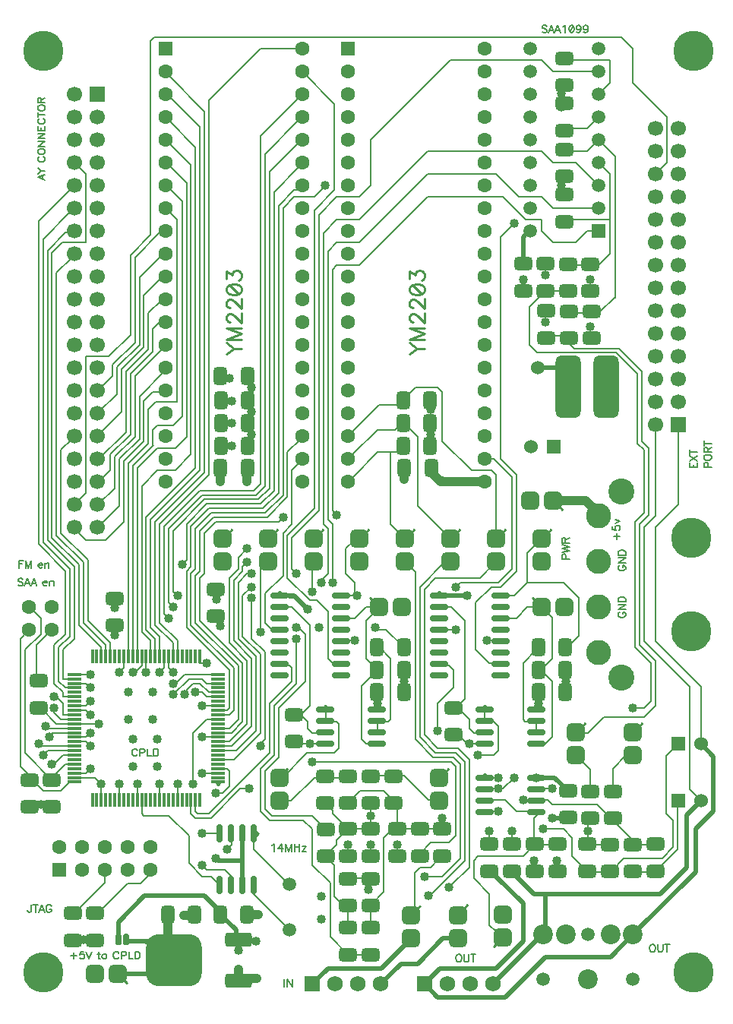
<source format=gtl>
G04*
G04  File:            TURBOFMPRO.GTL, Sat May 04 09:19:13 2019*
G04  Source:          P-CAD 2006 PCB, Version 19.02.958, (Z:\home\lvd\d\turbofmpro\pcad\TurboFMpro.pcb)*
G04  Format:          Gerber Format (RS-274-D), ASCII*
G04*
G04  Format Options:  Absolute Positioning*
G04                   Leading-Zero Suppression*
G04                   Scale Factor 1:1*
G04                   NO Circular Interpolation*
G04                   Millimeter Units*
G04                   Numeric Format: 4.4 (XXXX.XXXX)*
G04                   G54 NOT Used for Aperture Change*
G04                   Apertures Embedded*
G04*
G04  File Options:    Offset = (0.000mm,0.000mm)*
G04                   Drill Symbol Size = 2.032mm*
G04                   No Pad/Via Holes*
G04*
G04  File Contents:   Pads*
G04                   Vias*
G04                   No Designators*
G04                   No Types*
G04                   No Values*
G04                   No Drill Symbols*
G04                   Top*
G04*
%INTURBOFMPRO.GTL*%
%ICAS*%
%MOMM*%
G04*
G04  Aperture MACROs for general use --- invoked via D-code assignment *
G04*
G04  General MACRO for flashed round with rotation and/or offset hole *
%AMROTOFFROUND*
1,1,$1,0.0000,0.0000*
1,0,$2,$3,$4*%
G04*
G04  General MACRO for flashed oval (obround) with rotation and/or offset hole *
%AMROTOFFOVAL*
21,1,$1,$2,0.0000,0.0000,$3*
1,1,$4,$5,$6*
1,1,$4,0-$5,0-$6*
1,0,$7,$8,$9*%
G04*
G04  General MACRO for flashed oval (obround) with rotation and no hole *
%AMROTOVALNOHOLE*
21,1,$1,$2,0.0000,0.0000,$3*
1,1,$4,$5,$6*
1,1,$4,0-$5,0-$6*%
G04*
G04  General MACRO for flashed rectangle with rotation and/or offset hole *
%AMROTOFFRECT*
21,1,$1,$2,0.0000,0.0000,$3*
1,0,$4,$5,$6*%
G04*
G04  General MACRO for flashed rectangle with rotation and no hole *
%AMROTRECTNOHOLE*
21,1,$1,$2,0.0000,0.0000,$3*%
G04*
G04  General MACRO for flashed rounded-rectangle *
%AMROUNDRECT*
21,1,$1,$2-$4,0.0000,0.0000,$3*
21,1,$1-$4,$2,0.0000,0.0000,$3*
1,1,$4,$5,$6*
1,1,$4,$7,$8*
1,1,$4,0-$5,0-$6*
1,1,$4,0-$7,0-$8*
1,0,$9,$10,$11*%
G04*
G04  General MACRO for flashed rounded-rectangle with rotation and no hole *
%AMROUNDRECTNOHOLE*
21,1,$1,$2-$4,0.0000,0.0000,$3*
21,1,$1-$4,$2,0.0000,0.0000,$3*
1,1,$4,$5,$6*
1,1,$4,$7,$8*
1,1,$4,0-$5,0-$6*
1,1,$4,0-$7,0-$8*%
G04*
G04  General MACRO for flashed regular polygon *
%AMREGPOLY*
5,1,$1,0.0000,0.0000,$2,$3+$4*
1,0,$5,$6,$7*%
G04*
G04  General MACRO for flashed regular polygon with no hole *
%AMREGPOLYNOHOLE*
5,1,$1,0.0000,0.0000,$2,$3+$4*%
G04*
G04  General MACRO for target *
%AMTARGET*
6,0,0,$1,$2,$3,4,$4,$5,$6*%
G04*
G04  General MACRO for mounting hole *
%AMMTHOLE*
1,1,$1,0,0*
1,0,$2,0,0*
$1=$1-$2*
$1=$1/2*
21,1,$2+$1,$3,0,0,$4*
21,1,$3,$2+$1,0,0,$4*%
G04*
G04*
G04  D10 : "Ellipse X0.254mm Y0.254mm H0.000mm 0.0deg (0.000mm,0.000mm) Draw"*
G04  Disc: OuterDia=0.2540*
%ADD10C, 0.2540*%
G04  D11 : "Ellipse X0.381mm Y0.381mm H0.000mm 0.0deg (0.000mm,0.000mm) Draw"*
G04  Disc: OuterDia=0.3810*
%ADD11C, 0.3810*%
G04  D12 : "Ellipse X0.500mm Y0.500mm H0.000mm 0.0deg (0.000mm,0.000mm) Draw"*
G04  Disc: OuterDia=0.5000*
%ADD12C, 0.5000*%
G04  D13 : "Ellipse X0.100mm Y0.100mm H0.000mm 0.0deg (0.000mm,0.000mm) Draw"*
G04  Disc: OuterDia=0.1000*
%ADD13C, 0.1000*%
G04  D14 : "Ellipse X1.000mm Y1.000mm H0.000mm 0.0deg (0.000mm,0.000mm) Draw"*
G04  Disc: OuterDia=1.0000*
%ADD14C, 1.0000*%
G04  D15 : "Ellipse X0.127mm Y0.127mm H0.000mm 0.0deg (0.000mm,0.000mm) Draw"*
G04  Disc: OuterDia=0.1270*
%ADD15C, 0.1270*%
G04  D16 : "Ellipse X0.150mm Y0.150mm H0.000mm 0.0deg (0.000mm,0.000mm) Draw"*
G04  Disc: OuterDia=0.1500*
%ADD16C, 0.1500*%
G04  D17 : "Ellipse X0.200mm Y0.200mm H0.000mm 0.0deg (0.000mm,0.000mm) Draw"*
G04  Disc: OuterDia=0.2000*
%ADD17C, 0.2000*%
G04  D18 : "Ellipse X0.250mm Y0.250mm H0.000mm 0.0deg (0.000mm,0.000mm) Draw"*
G04  Disc: OuterDia=0.2500*
%ADD18C, 0.2500*%
G04  D19 : "Ellipse X2.581mm Y2.581mm H0.000mm 0.0deg (0.000mm,0.000mm) Flash"*
G04  Disc: OuterDia=2.5810*
%ADD19C, 2.5810*%
G04  D20 : "Ellipse X2.800mm Y2.800mm H0.000mm 0.0deg (0.000mm,0.000mm) Flash"*
G04  Disc: OuterDia=2.8000*
%ADD20C, 2.8000*%
G04  D21 : "Ellipse X3.181mm Y3.181mm H0.000mm 0.0deg (0.000mm,0.000mm) Flash"*
G04  Disc: OuterDia=3.1810*
%ADD21C, 3.1810*%
G04  D22 : "Ellipse X1.500mm Y1.500mm H0.000mm 0.0deg (0.000mm,0.000mm) Flash"*
G04  Disc: OuterDia=1.5000*
%ADD22C, 1.5000*%
G04  D23 : "Ellipse X1.524mm Y1.524mm H0.000mm 0.0deg (0.000mm,0.000mm) Flash"*
G04  Disc: OuterDia=1.5240*
%ADD23C, 1.5240*%
G04  D24 : "Ellipse X1.600mm Y1.600mm H0.000mm 0.0deg (0.000mm,0.000mm) Flash"*
G04  Disc: OuterDia=1.6000*
%ADD24C, 1.6000*%
G04  D25 : "Ellipse X1.700mm Y1.700mm H0.000mm 0.0deg (0.000mm,0.000mm) Flash"*
G04  Disc: OuterDia=1.7000*
%ADD25C, 1.7000*%
G04  D26 : "Ellipse X1.750mm Y1.750mm H0.000mm 0.0deg (0.000mm,0.000mm) Flash"*
G04  Disc: OuterDia=1.7500*
%ADD26C, 1.7500*%
G04  D27 : "Ellipse X1.881mm Y1.881mm H0.000mm 0.0deg (0.000mm,0.000mm) Flash"*
G04  Disc: OuterDia=1.8810*
%ADD27C, 1.8810*%
G04  D28 : "Ellipse X1.905mm Y1.905mm H0.000mm 0.0deg (0.000mm,0.000mm) Flash"*
G04  Disc: OuterDia=1.9050*
%ADD28C, 1.9050*%
G04  D29 : "Ellipse X1.981mm Y1.981mm H0.000mm 0.0deg (0.000mm,0.000mm) Flash"*
G04  Disc: OuterDia=1.9810*
%ADD29C, 1.9810*%
G04  D30 : "Ellipse X2.081mm Y2.081mm H0.000mm 0.0deg (0.000mm,0.000mm) Flash"*
G04  Disc: OuterDia=2.0810*
%ADD30C, 2.0810*%
G04  D31 : "Ellipse X2.131mm Y2.131mm H0.000mm 0.0deg (0.000mm,0.000mm) Flash"*
G04  Disc: OuterDia=2.1310*
%ADD31C, 2.1310*%
G04  D32 : "Ellipse X2.200mm Y2.200mm H0.000mm 0.0deg (0.000mm,0.000mm) Flash"*
G04  Disc: OuterDia=2.2000*
%ADD32C, 2.2000*%
G04  D33 : "Rounded Rectangle X2.800mm Y7.000mm H0.000mm 0.0deg (0.000mm,0.000mm) Flash"*
G04  RoundRct: DimX=2.8000, DimY=7.0000, CornerRad=0.7000, Rotation=0.0, OffsetX=0.0000, OffsetY=0.0000, HoleDia=0.0000 *
%ADD33ROUNDRECTNOHOLE, 2.8000 X7.0000 X0.0 X1.4000 X-0.7000 X-2.8000 X-0.7000 X2.8000*%
G04  D34 : "Rounded Rectangle X3.000mm Y1.600mm H0.000mm 0.0deg (0.000mm,0.000mm) Flash"*
G04  RoundRct: DimX=3.0000, DimY=1.6000, CornerRad=0.4000, Rotation=0.0, OffsetX=0.0000, OffsetY=0.0000, HoleDia=0.0000 *
%ADD34ROUNDRECTNOHOLE, 3.0000 X1.6000 X0.0 X0.8000 X-1.1000 X-0.4000 X-1.1000 X0.4000*%
G04  D35 : "Rounded Rectangle X3.181mm Y7.381mm H0.000mm 0.0deg (0.000mm,0.000mm) Flash"*
G04  RoundRct: DimX=3.1810, DimY=7.3810, CornerRad=0.7953, Rotation=0.0, OffsetX=0.0000, OffsetY=0.0000, HoleDia=0.0000 *
%ADD35ROUNDRECTNOHOLE, 3.1810 X7.3810 X0.0 X1.5905 X-0.7953 X-2.8952 X-0.7953 X2.8952*%
G04  D36 : "Rounded Rectangle X3.381mm Y1.981mm H0.000mm 0.0deg (0.000mm,0.000mm) Flash"*
G04  RoundRct: DimX=3.3810, DimY=1.9810, CornerRad=0.4953, Rotation=0.0, OffsetX=0.0000, OffsetY=0.0000, HoleDia=0.0000 *
%ADD36ROUNDRECTNOHOLE, 3.3810 X1.9810 X0.0 X0.9905 X-1.1953 X-0.4953 X-1.1953 X0.4953*%
G04  D37 : "Rounded Rectangle X6.200mm Y5.800mm H0.000mm 0.0deg (0.000mm,0.000mm) Flash"*
G04  RoundRct: DimX=6.2000, DimY=5.8000, CornerRad=1.4500, Rotation=0.0, OffsetX=0.0000, OffsetY=0.0000, HoleDia=0.0000 *
%ADD37ROUNDRECTNOHOLE, 6.2000 X5.8000 X0.0 X2.9000 X-1.6500 X-1.4500 X-1.6500 X1.4500*%
G04  D38 : "Rounded Rectangle X6.581mm Y6.181mm H0.000mm 0.0deg (0.000mm,0.000mm) Flash"*
G04  RoundRct: DimX=6.5810, DimY=6.1810, CornerRad=1.5453, Rotation=0.0, OffsetX=0.0000, OffsetY=0.0000, HoleDia=0.0000 *
%ADD38ROUNDRECTNOHOLE, 6.5810 X6.1810 X0.0 X3.0905 X-1.7453 X-1.5453 X-1.7453 X1.5453*%
G04  D39 : "Rounded Rectangle X0.635mm Y1.270mm H0.000mm 0.0deg (0.000mm,0.000mm) Flash"*
G04  RoundRct: DimX=0.6350, DimY=1.2700, CornerRad=0.1588, Rotation=0.0, OffsetX=0.0000, OffsetY=0.0000, HoleDia=0.0000 *
%ADD39ROUNDRECTNOHOLE, 0.6350 X1.2700 X0.0 X0.3175 X-0.1588 X-0.4763 X-0.1588 X0.4763*%
G04  D40 : "Rounded Rectangle X1.500mm Y2.000mm H0.000mm 0.0deg (0.000mm,0.000mm) Flash"*
G04  RoundRct: DimX=1.5000, DimY=2.0000, CornerRad=0.3750, Rotation=0.0, OffsetX=0.0000, OffsetY=0.0000, HoleDia=0.0000 *
%ADD40ROUNDRECTNOHOLE, 1.5000 X2.0000 X0.0 X0.7500 X-0.3750 X-0.6250 X-0.3750 X0.6250*%
G04  D41 : "Rounded Rectangle X2.000mm Y1.500mm H0.000mm 0.0deg (0.000mm,0.000mm) Flash"*
G04  RoundRct: DimX=2.0000, DimY=1.5000, CornerRad=0.3750, Rotation=0.0, OffsetX=0.0000, OffsetY=0.0000, HoleDia=0.0000 *
%ADD41ROUNDRECTNOHOLE, 2.0000 X1.5000 X0.0 X0.7500 X-0.6250 X-0.3750 X-0.6250 X0.3750*%
G04  D42 : "Rounded Rectangle X1.600mm Y0.300mm H0.000mm 0.0deg (0.000mm,0.000mm) Flash"*
G04  RoundRct: DimX=1.6000, DimY=0.3000, CornerRad=0.0750, Rotation=0.0, OffsetX=0.0000, OffsetY=0.0000, HoleDia=0.0000 *
%ADD42ROUNDRECTNOHOLE, 1.6000 X0.3000 X0.0 X0.1500 X-0.7250 X-0.0750 X-0.7250 X0.0750*%
G04  D43 : "Rounded Rectangle X0.300mm Y1.600mm H0.000mm 0.0deg (0.000mm,0.000mm) Flash"*
G04  RoundRct: DimX=0.3000, DimY=1.6000, CornerRad=0.0750, Rotation=0.0, OffsetX=0.0000, OffsetY=0.0000, HoleDia=0.0000 *
%ADD43ROUNDRECTNOHOLE, 0.3000 X1.6000 X0.0 X0.1500 X-0.0750 X-0.7250 X-0.0750 X0.7250*%
G04  D44 : "Rounded Rectangle X1.016mm Y1.651mm H0.000mm 0.0deg (0.000mm,0.000mm) Flash"*
G04  RoundRct: DimX=1.0160, DimY=1.6510, CornerRad=0.2540, Rotation=0.0, OffsetX=0.0000, OffsetY=0.0000, HoleDia=0.0000 *
%ADD44ROUNDRECTNOHOLE, 1.0160 X1.6510 X0.0 X0.5080 X-0.2540 X-0.5715 X-0.2540 X0.5715*%
G04  D45 : "Rounded Rectangle X1.881mm Y2.381mm H0.000mm 0.0deg (0.000mm,0.000mm) Flash"*
G04  RoundRct: DimX=1.8810, DimY=2.3810, CornerRad=0.4703, Rotation=0.0, OffsetX=0.0000, OffsetY=0.0000, HoleDia=0.0000 *
%ADD45ROUNDRECTNOHOLE, 1.8810 X2.3810 X0.0 X0.9405 X-0.4703 X-0.7203 X-0.4703 X0.7203*%
G04  D46 : "Rounded Rectangle X2.381mm Y1.881mm H0.000mm 0.0deg (0.000mm,0.000mm) Flash"*
G04  RoundRct: DimX=2.3810, DimY=1.8810, CornerRad=0.4703, Rotation=0.0, OffsetX=0.0000, OffsetY=0.0000, HoleDia=0.0000 *
%ADD46ROUNDRECTNOHOLE, 2.3810 X1.8810 X0.0 X0.9405 X-0.7203 X-0.4703 X-0.7203 X0.4703*%
G04  D47 : "Rounded Rectangle X1.981mm Y0.681mm H0.000mm 0.0deg (0.000mm,0.000mm) Flash"*
G04  RoundRct: DimX=1.9810, DimY=0.6810, CornerRad=0.1703, Rotation=0.0, OffsetX=0.0000, OffsetY=0.0000, HoleDia=0.0000 *
%ADD47ROUNDRECTNOHOLE, 1.9810 X0.6810 X0.0 X0.3405 X-0.8203 X-0.1703 X-0.8203 X0.1703*%
G04  D48 : "Rounded Rectangle X0.681mm Y1.981mm H0.000mm 0.0deg (0.000mm,0.000mm) Flash"*
G04  RoundRct: DimX=0.6810, DimY=1.9810, CornerRad=0.1703, Rotation=0.0, OffsetX=0.0000, OffsetY=0.0000, HoleDia=0.0000 *
%ADD48ROUNDRECTNOHOLE, 0.6810 X1.9810 X0.0 X0.3405 X-0.1703 X-0.8203 X-0.1703 X0.8203*%
G04  D49 : "Rounded Rectangle X2.000mm Y2.000mm H0.000mm 0.0deg (0.000mm,0.000mm) Flash"*
G04  RoundRct: DimX=2.0000, DimY=2.0000, CornerRad=0.5000, Rotation=0.0, OffsetX=0.0000, OffsetY=0.0000, HoleDia=0.0000 *
%ADD49ROUNDRECTNOHOLE, 2.0000 X2.0000 X0.0 X1.0000 X-0.5000 X-0.5000 X-0.5000 X0.5000*%
G04  D50 : "Rounded Rectangle X2.032mm Y0.660mm H0.000mm 0.0deg (0.000mm,0.000mm) Flash"*
G04  RoundRct: DimX=2.0320, DimY=0.6604, CornerRad=0.1651, Rotation=0.0, OffsetX=0.0000, OffsetY=0.0000, HoleDia=0.0000 *
%ADD50ROUNDRECTNOHOLE, 2.0320 X0.6604 X0.0 X0.3302 X-0.8509 X-0.1651 X-0.8509 X0.1651*%
G04  D51 : "Rounded Rectangle X0.660mm Y2.032mm H0.000mm 0.0deg (0.000mm,0.000mm) Flash"*
G04  RoundRct: DimX=0.6604, DimY=2.0320, CornerRad=0.1651, Rotation=0.0, OffsetX=0.0000, OffsetY=0.0000, HoleDia=0.0000 *
%ADD51ROUNDRECTNOHOLE, 0.6604 X2.0320 X0.0 X0.3302 X-0.1651 X-0.8509 X-0.1651 X0.8509*%
G04  D52 : "Rounded Rectangle X2.381mm Y2.381mm H0.000mm 0.0deg (0.000mm,0.000mm) Flash"*
G04  RoundRct: DimX=2.3810, DimY=2.3810, CornerRad=0.5953, Rotation=0.0, OffsetX=0.0000, OffsetY=0.0000, HoleDia=0.0000 *
%ADD52ROUNDRECTNOHOLE, 2.3810 X2.3810 X0.0 X1.1905 X-0.5953 X-0.5953 X-0.5953 X0.5953*%
G04  D53 : "Rounded Rectangle X2.413mm Y1.041mm H0.000mm 0.0deg (0.000mm,0.000mm) Flash"*
G04  RoundRct: DimX=2.4130, DimY=1.0414, CornerRad=0.2604, Rotation=0.0, OffsetX=0.0000, OffsetY=0.0000, HoleDia=0.0000 *
%ADD53ROUNDRECTNOHOLE, 2.4130 X1.0414 X0.0 X0.5207 X-0.9462 X-0.2604 X-0.9462 X0.2604*%
G04  D54 : "Rounded Rectangle X1.041mm Y2.413mm H0.000mm 0.0deg (0.000mm,0.000mm) Flash"*
G04  RoundRct: DimX=1.0414, DimY=2.4130, CornerRad=0.2604, Rotation=0.0, OffsetX=0.0000, OffsetY=0.0000, HoleDia=0.0000 *
%ADD54ROUNDRECTNOHOLE, 1.0414 X2.4130 X0.0 X0.5207 X-0.2604 X-0.9462 X-0.2604 X0.9462*%
G04  D55 : "Rectangle X1.500mm Y1.500mm H0.000mm 0.0deg (0.000mm,0.000mm) Flash"*
G04  Square: Side=1.5000, Rotation=0.0, OffsetX=0.0000, OffsetY=0.0000, HoleDia=0.0000*
%ADD55R, 1.5000 X1.5000*%
G04  D56 : "Rectangle X1.524mm Y1.524mm H0.000mm 0.0deg (0.000mm,0.000mm) Flash"*
G04  Square: Side=1.5240, Rotation=0.0, OffsetX=0.0000, OffsetY=0.0000, HoleDia=0.0000*
%ADD56R, 1.5240 X1.5240*%
G04  D57 : "Rectangle X1.600mm Y1.600mm H0.000mm 0.0deg (0.000mm,0.000mm) Flash"*
G04  Square: Side=1.6000, Rotation=0.0, OffsetX=0.0000, OffsetY=0.0000, HoleDia=0.0000*
%ADD57R, 1.6000 X1.6000*%
G04  D58 : "Rectangle X1.700mm Y1.700mm H0.000mm 0.0deg (0.000mm,0.000mm) Flash"*
G04  Square: Side=1.7000, Rotation=0.0, OffsetX=0.0000, OffsetY=0.0000, HoleDia=0.0000*
%ADD58R, 1.7000 X1.7000*%
G04  D59 : "Rectangle X1.750mm Y1.750mm H0.000mm 0.0deg (0.000mm,0.000mm) Flash"*
G04  Square: Side=1.7500, Rotation=0.0, OffsetX=0.0000, OffsetY=0.0000, HoleDia=0.0000*
%ADD59R, 1.7500 X1.7500*%
G04  D60 : "Rectangle X1.881mm Y1.881mm H0.000mm 0.0deg (0.000mm,0.000mm) Flash"*
G04  Square: Side=1.8810, Rotation=0.0, OffsetX=0.0000, OffsetY=0.0000, HoleDia=0.0000*
%ADD60R, 1.8810 X1.8810*%
G04  D61 : "Rectangle X1.905mm Y1.905mm H0.000mm 0.0deg (0.000mm,0.000mm) Flash"*
G04  Square: Side=1.9050, Rotation=0.0, OffsetX=0.0000, OffsetY=0.0000, HoleDia=0.0000*
%ADD61R, 1.9050 X1.9050*%
G04  D62 : "Rectangle X1.981mm Y1.981mm H0.000mm 0.0deg (0.000mm,0.000mm) Flash"*
G04  Square: Side=1.9810, Rotation=0.0, OffsetX=0.0000, OffsetY=0.0000, HoleDia=0.0000*
%ADD62R, 1.9810 X1.9810*%
G04  D63 : "Rectangle X2.081mm Y2.081mm H0.000mm 0.0deg (0.000mm,0.000mm) Flash"*
G04  Square: Side=2.0810, Rotation=0.0, OffsetX=0.0000, OffsetY=0.0000, HoleDia=0.0000*
%ADD63R, 2.0810 X2.0810*%
G04  D64 : "Rectangle X2.131mm Y2.131mm H0.000mm 0.0deg (0.000mm,0.000mm) Flash"*
G04  Square: Side=2.1310, Rotation=0.0, OffsetX=0.0000, OffsetY=0.0000, HoleDia=0.0000*
%ADD64R, 2.1310 X2.1310*%
G04  D65 : "Ellipse X2.900mm Y2.900mm H0.000mm 0.0deg (0.000mm,0.000mm) Flash"*
G04  Disc: OuterDia=2.9000*
%ADD65C, 2.9000*%
G04  D66 : "Ellipse X3.281mm Y3.281mm H0.000mm 0.0deg (0.000mm,0.000mm) Flash"*
G04  Disc: OuterDia=3.2810*
%ADD66C, 3.2810*%
G04  D67 : "Ellipse X4.500mm Y4.500mm H0.000mm 0.0deg (0.000mm,0.000mm) Flash"*
G04  Disc: OuterDia=4.5000*
%ADD67C, 4.5000*%
G04  D68 : "Ellipse X4.881mm Y4.881mm H0.000mm 0.0deg (0.000mm,0.000mm) Flash"*
G04  Disc: OuterDia=4.8810*
%ADD68C, 4.8810*%
G04  D69 : "Ellipse X1.016mm Y1.016mm H0.000mm 0.0deg (0.000mm,0.000mm) Flash"*
G04  Disc: OuterDia=1.0160*
%ADD69C, 1.0160*%
G04  D70 : "Ellipse X1.397mm Y1.397mm H0.000mm 0.0deg (0.000mm,0.000mm) Flash"*
G04  Disc: OuterDia=1.3970*
%ADD70C, 1.3970*%
G04*
%FSLAX44Y44*%
%SFA1B1*%
%OFA0.000B0.000*%
G04*
G71*
G90*
G01*
D2*
%LNTop*%
D17*
X2192260Y882260*
X2185000D1*
X2192260D2*
X2195000Y885000D1*
X2197500*
X2175000Y927500D2*
X2185000Y917500D1*
X2205000Y945000D2*
X2200000Y940000D1*
X2195000Y952500D2*
X2197500Y950000D1*
X2205000Y960000D2*
X2207500D1*
X2205000Y970000D2*
X2202500Y972500D1*
X2195000Y992500D2*
Y992740D1*
Y992500D2*
X2197500D1*
X2197260Y1025000D2*
X2197500D1*
X2194760Y1022500D2*
X2192500D1*
X2192463Y1025276D2*
X2192500Y1025240D1*
Y1022500*
X2197500Y1025000D2*
X2195000Y1022500D1*
X2194760*
X2195000Y1022740D2*
X2194760Y1022500D1*
X2197463Y1025203D2*
X2197260Y1025000D1*
X2195000Y1022740D2*
X2197260Y1025000D1*
X2192500Y1025240D2*
Y1062500D1*
X2184400Y1104900D2*
X2187500Y1102500D1*
X2197500Y1092500*
X2184400Y1079500D2*
X2175000Y1070000D1*
X2197500Y1092500D2*
Y1075000D1*
D2*
D15*
X2178490Y1156968*
X2173331D1*
Y1148634*
Y1153000D2*
X2176506D1*
X2186825Y1148634D2*
Y1156968D1*
X2183650Y1148634*
X2180475Y1156968*
Y1148634*
X2194762Y1151809D2*
X2199525D1*
Y1152603*
X2199128Y1153397*
X2198731Y1153793*
X2197937Y1154190*
X2196747*
X2195953Y1153793*
X2195159Y1153000*
X2194762Y1151809*
Y1151015*
X2195159Y1149825*
X2195953Y1149031*
X2196747Y1148634*
X2197937*
X2198731Y1149031*
X2199525Y1149825*
X2202303Y1154190D2*
Y1148634D1*
Y1152603D2*
X2203493Y1153793D1*
X2204287Y1154190*
X2205478*
X2206271Y1153793*
X2206668Y1152603*
Y1148634*
D2*
D17*
X2233000Y733760*
X2233240Y734000D1*
D2*
D12*
X2258000Y733760*
X2245498Y733880D1*
X2245500Y734000*
X2258000D2*
X2245500D1*
X2233240*
X2233000*
X2245498Y733880D2*
X2233237Y733997D1*
X2233000Y734000*
X2258000D2*
Y733760D1*
D2*
D17*
Y764000*
Y763760D1*
X2233000Y769000D2*
Y763760D1*
Y769000D2*
X2240000D1*
X2269000Y798000*
Y817000*
X2268800Y816800*
Y812000*
X2258000Y764000D2*
X2266000Y769000D1*
X2265000Y890000D2*
Y902500D1*
Y907500*
X2230000Y910000D2*
X2220000Y900000D1*
X2235000Y910000D2*
X2230000D1*
X2235000Y980000D2*
X2220000D1*
X2235000Y985000D2*
X2222500D1*
X2235000Y955000D2*
X2247500D1*
X2252500Y950000*
X2235000Y960000D2*
X2247500D1*
X2252500Y965000*
X2235000Y920000D2*
X2247500D1*
X2252500Y925000*
X2215000Y917500D2*
Y920000D1*
X2235000Y930000D2*
X2225000D1*
X2215000Y920000*
X2235000Y940000D2*
X2222500D1*
X2212500Y930000*
X2215000Y975000D2*
X2235000D1*
X2262500*
X2220000Y980000D2*
X2212500Y987500D1*
X2235000Y1015000D2*
X2225000D1*
X2235000Y1025000D2*
X2222500D1*
X2217500Y1022500D2*
X2225000Y1015000D1*
X2247500Y995000D2*
X2252500Y1000000D1*
X2235000Y995000D2*
X2247500D1*
Y1020000D2*
X2235000D1*
X2247500D2*
X2252500Y1015000D1*
X2235000Y1030000D2*
X2252500D1*
X2235000Y1005000D2*
X2227500D1*
X2222500*
Y1010000D2*
Y1005000D1*
X2212500Y1020000D2*
X2222500Y1010000D1*
X2215000Y1005000D2*
X2212500D1*
X2215000D2*
X2222500Y997500D1*
X2265000Y1060000D2*
Y1050000D1*
X2270000Y1062500D2*
Y1050000D1*
X2275000D2*
Y1065000D1*
X2212500Y1062500D2*
Y1020000D1*
X2217500Y1060000D2*
Y1022500D1*
X2222500Y1025000D2*
Y1057500D1*
X2280000Y1114760D2*
Y1104000D1*
Y1084760D2*
Y1081000D1*
Y1074000*
X2260600Y1193800D2*
X2262500Y1195000D1*
X2235200Y1193800D2*
X2237500Y1190000D1*
X2247500Y1180000*
X2270000*
X2215000Y1185000D2*
X2245000Y1155000D1*
X2250000Y1157500D2*
X2220000Y1187500D1*
X2260600Y1270000D2*
X2262500D1*
X2260600Y1244600D2*
X2262500Y1245000D1*
X2232500Y1292500D2*
X2220000Y1280000D1*
X2275000Y1275000D2*
Y1257500D1*
X2262500Y1245000D2*
X2275000Y1257500D1*
X2280000Y1272500D2*
Y1237500D1*
X2260600Y1346200D2*
X2265000Y1350000D1*
X2260600Y1320800D2*
X2262500Y1322500D1*
X2282500Y1342500*
X2265000Y1350000D2*
X2277500Y1362500D1*
X2247900Y1384300D2*
X2273300D1*
X2235200Y1498600D2*
X2232500Y1495000D1*
X2225000Y1522500D2*
X2232500D1*
X2221300Y1511300D2*
X2247900D1*
X2232500Y1495000D2*
X2215000Y1477500D1*
X2235200Y1574800D2*
X2230000Y1570000D1*
X2235200Y1549400D2*
X2230000Y1545000D1*
D2*
D14*
X2326000Y725000*
X2332480D1*
X2322976Y725023D2*
X2326000Y725000D1*
X2339000Y731000D2*
X2322976Y725023D1*
X2339000Y731000D2*
X2322500Y732500D1*
D2*
D12*
X2337500Y710500*
X2337706Y710706D1*
X2338200Y711200*
X2322976Y725023D2*
X2337349Y710650D1*
X2337500Y710500*
X2337349Y710650D2*
X2337706Y710706D1*
X2338200Y711200D2*
X2340870D1*
X2337706Y710706D2*
X2340870Y711200D1*
D2*
D14*
X2332480Y725000*
X2345550Y711929D1*
D2*
D12*
X2340870Y711200*
X2345550Y711929D1*
X2346000Y712000*
X2340870Y711200D2*
X2344987D1*
X2346280*
D2*
D14*
X2345550Y711929*
X2345709Y711770D1*
X2346280Y711200*
D2*
D12*
X2344987*
X2345709Y711770D1*
X2346000Y712000*
X2322753Y708374D2*
X2322709Y708655D1*
X2322500Y710000*
X2329603Y709443D2*
X2337349Y710650D1*
X2329603Y709443D2*
X2344987Y711200D1*
X2322753Y708374D2*
X2323147Y708436D1*
X2322709Y708655*
X2324252Y708831*
X2329603Y709443*
X2324252Y708831D2*
X2322500Y710000D1*
X2323147Y708436D2*
X2324523Y708650D1*
X2329603Y709443*
X2324523Y708650D2*
X2324252Y708831D1*
X2315000Y733000D2*
X2322976Y725023D1*
X2315000Y733000D2*
X2322500Y732500D1*
X2293000Y733000D2*
X2315000D1*
X2330000Y696000D2*
X2324523Y708650D1*
X2330000Y696000D2*
X2323147Y708436D1*
X2293000Y733000D2*
Y734000D1*
D2*
D17*
X2294000Y797000*
X2309000D1*
X2320000Y808000*
Y815000*
X2319600Y814600*
Y812000*
X2330000Y890000D2*
Y907500D1*
X2350000Y890000D2*
Y907500D1*
X2305000Y890000D2*
Y907500D1*
X2312500Y872500D2*
X2310000Y875000D1*
Y890000D2*
Y875000D1*
X2340000Y872500D2*
X2312500D1*
D2*
D15*
X2305143Y945128*
X2304746Y945921D1*
X2303953Y946715*
X2303159Y947112*
X2301571*
X2300778Y946715*
X2299984Y945921*
X2299587Y945128*
X2299190Y943937*
Y941953*
X2299587Y940762*
X2299984Y939968*
X2300778Y939175*
X2301571Y938778*
X2303159*
X2303953Y939175*
X2304746Y939968*
X2305143Y940762*
X2307921Y942746D2*
X2311493D1*
X2312684Y943143*
X2313081Y943540*
X2313478Y944334*
Y945525*
X2313081Y946318*
X2312684Y946715*
X2311493Y947112*
X2307921*
Y938778*
X2316256Y947112D2*
Y938778D1*
X2321018*
X2323003Y947112D2*
Y938778D1*
X2325781*
X2326971Y939175*
X2327765Y939968*
X2328162Y940762*
X2328559Y941953*
Y943937*
X2328162Y945128*
X2327765Y945921*
X2326971Y946715*
X2325781Y947112*
X2323003*
D2*
D17*
X2345000Y1050000*
Y1065000D1*
X2315000Y1050000D2*
Y1037500D1*
X2340000D2*
X2345000Y1032500D1*
X2340000Y1037500D2*
Y1050000D1*
X2347500Y1020000D2*
X2345000D1*
X2357500Y1030000D2*
X2347500Y1020000D1*
X2360000Y1012500D2*
X2357500Y1007500D1*
X2335000Y1050000D2*
Y1037500D1*
X2290000D2*
Y1050000D1*
X2310000D2*
Y1040000D1*
X2302500Y1032500D2*
X2300000D1*
X2310000Y1040000D2*
X2302500Y1032500D1*
X2315000Y1037500D2*
Y1032500D1*
X2335000Y1037500D2*
X2330000Y1032500D1*
X2325000Y1070000D2*
X2315000Y1080000D1*
X2330000Y1072500D2*
X2320000Y1082500D1*
X2335000Y1097500D2*
X2340000Y1092500D1*
Y1110000D2*
X2345000Y1105000D1*
X2350000Y1117500D2*
X2345000Y1122500D1*
X2360000Y1197500D2*
Y1157500D1*
X2355000Y1152500D2*
X2360000Y1157500D1*
X2347500Y1282500D2*
X2327500D1*
X2305000Y1260000*
X2347500Y1257500D2*
X2327500D1*
X2310000Y1240000*
X2295000Y1265000D2*
X2317500Y1287500D1*
X2290000Y1267500D2*
X2312500Y1290000D1*
X2322700Y1285200D2*
X2322500Y1285400D1*
X2300000Y1262500D2*
X2322700Y1285200D1*
X2332500Y1345000D2*
X2336800Y1346200D1*
X2332500Y1345000D2*
X2322500D1*
X2326000Y1333500D2*
X2349500D1*
X2326000D2*
X2317500Y1325000D1*
X2322500Y1345000D2*
X2312500Y1335000D1*
X2335000Y1367500D2*
X2307500Y1340000D1*
X2297500Y1297500D2*
Y1365000D1*
X2292500Y1367500D2*
Y1300000D1*
X2287500Y1322500D2*
Y1370000D1*
X2345000Y1307500D2*
X2355000Y1317500D1*
X2327500Y1307500D2*
X2322500Y1302500D1*
X2345000Y1307500D2*
X2327500D1*
X2336800Y1422400D2*
X2330000Y1422500D1*
X2336800Y1397000D2*
X2335000Y1395000D1*
X2322500Y1390000D2*
Y1415000D1*
X2330000Y1422500*
X2317500Y1392500D2*
Y1432500D1*
X2336800Y1498600D2*
X2332500Y1497500D1*
X2336800Y1473200D2*
X2332500Y1472500D1*
X2333200Y1473200D2*
X2336800D1*
X2333600Y1498600D2*
X2336800D1*
X2330000Y1522500D2*
X2332500D1*
X2312500Y1452500D2*
X2332500Y1472500D1*
X2333200Y1473200*
X2307500Y1472500D2*
X2332500Y1497500D1*
X2333600Y1498600*
X2330000Y1522500D2*
X2302500Y1495000D1*
X2297500Y1497500D2*
X2320000Y1520000D1*
X2336800Y1549400D2*
X2349500Y1536700D1*
X2340000Y1597500D2*
X2360000Y1577500D1*
X2336800Y1574800D2*
X2340000Y1572500D1*
X2355000Y1557500*
X2336800Y1651000D2*
X2340000Y1647500D1*
X2336800Y1701800D2*
X2340000Y1697500D1*
X2324100Y1739900D2*
X2320000Y1735800D1*
D2*
D12*
X2417140Y735000*
X2417500Y734640D1*
X2412140Y737500D2*
X2413541Y736098D1*
X2416522Y734382D2*
Y733117D1*
X2415000Y737860D2*
Y745000D1*
X2416522Y733117D2*
X2415000Y734640D1*
Y737556D2*
Y737860D1*
X2414640Y737500D2*
X2415000Y737860D1*
X2413541Y736098D2*
X2414640Y735000D1*
Y737500D2*
X2414791Y737348D1*
X2415000Y737556*
X2412140Y737500D2*
X2414640D1*
X2415000Y737140D2*
Y737556D1*
X2414791Y737348D2*
X2415000Y737140D1*
X2415738Y736401*
X2417140Y735000*
X2417500Y734640D2*
X2418080Y734060D1*
X2413541Y736098D2*
X2413844Y736401D1*
X2413541D2*
X2413844D1*
X2415000*
X2417500Y734640D2*
Y733480D1*
Y732500*
X2417137Y733117D2*
X2417500Y733480D1*
X2418080Y734060*
X2415000Y734640D2*
Y735000D1*
Y736401*
X2414640Y735000D2*
X2415000D1*
D2*
D17*
X2418080Y688340*
X2420000Y691000D1*
D2*
D12*
X2418000Y723000*
X2417500Y722500D1*
X2417000Y722000D2*
X2417500Y722500D1*
X2416522Y733117D2*
X2417000Y732815D1*
X2417500Y732500*
X2417000Y732815D2*
Y722000D1*
X2416522Y733117D2*
X2417000D1*
X2417137*
X2417000Y734000D2*
Y733117D1*
Y732815*
X2417140Y735000D2*
X2416653Y734513D1*
X2416522Y734382*
X2416653Y734513D2*
X2417000Y734000D1*
X2413844Y736401D2*
X2414762Y737318D1*
X2414791Y737348*
X2414640Y737500D2*
X2414762Y737318D1*
X2415000Y736401D2*
Y736966D1*
Y737140*
X2414762Y737318D2*
X2415000Y736966D1*
Y736401D2*
X2415380D1*
X2415738*
X2415000Y736966D2*
X2415380Y736401D1*
X2415000Y735000D2*
X2416325D1*
X2417140*
X2415380Y736401D2*
X2416325Y735000D1*
X2416653Y734513*
D2*
D17*
X2368760Y754200*
X2366500Y756460D1*
X2409600Y795350D2*
X2410000Y795750D1*
X2396900Y795350D2*
X2387250Y805000D1*
X2377500*
X2410000Y795750D2*
Y805000D1*
D2*
D12*
X2422300Y795350*
X2422500Y795550D1*
D2*
D17*
X2410000Y805000*
X2402500Y812500D1*
X2377500Y817500D2*
X2382500Y812500D1*
X2402500D2*
X2382500D1*
D2*
D12*
X2422500Y795550*
Y822500D1*
X2392500Y825000D2*
X2395000Y822500D1*
X2422500*
D2*
D17*
X2435000Y785000*
Y795350D1*
D2*
D12*
X2380000Y783000*
X2395000Y768000D1*
X2397260Y765740*
D2*
D17*
X2370000Y890000*
Y877500D1*
X2372500Y875000*
X2385000*
X2365000Y890000D2*
Y875000D1*
X2370000Y870000*
X2387500*
X2420000Y902500*
X2430000*
X2407500Y905000D2*
X2400000Y897500D1*
X2392500*
X2435000Y852500D2*
Y850000D1*
X2396900Y852500D2*
X2377500D1*
X2409600D2*
X2410000Y852100D1*
D2*
D12*
X2422300Y852500*
X2422500Y852700D1*
X2422300Y852500D2*
X2422500Y852300D1*
X2422300Y852500D2*
X2422500D1*
Y852300D2*
Y852500D1*
D2*
D17*
X2410000Y852100*
Y840000D1*
X2395000Y985000D2*
X2407500D1*
X2417500Y980000D2*
X2407500Y970000D1*
X2395000D2*
X2407500D1*
X2395000Y920000D2*
X2377500D1*
X2395000Y960000D2*
X2377500D1*
X2395000Y965000D2*
X2410000D1*
X2422500Y977500*
X2395000Y945000D2*
X2415000D1*
X2395000Y955000D2*
X2407500D1*
X2427500Y975000*
X2395000Y950000D2*
X2410000D1*
X2432500Y972500*
X2412500Y935000D2*
X2395000D1*
Y925000D2*
X2405000D1*
X2407500Y922500*
X2395000Y980000D2*
X2382500D1*
X2367500Y965000*
X2385000Y1010000D2*
X2395000D1*
X2375000Y1020000D2*
X2385000Y1010000D1*
X2375000Y1020000D2*
X2367500D1*
X2382500D2*
X2395000D1*
X2377500Y1025000D2*
X2382500Y1020000D1*
X2375000Y1042500D2*
Y1050000D1*
Y1042500D2*
X2382500D1*
X2395000Y1005000D2*
X2382500D1*
X2377500Y1010000D2*
X2370000D1*
X2377500D2*
X2382500Y1005000D1*
X2395000Y995000D2*
X2377500D1*
X2427500Y1045000D2*
X2407500Y1065000D1*
Y1035000D2*
Y992500D1*
X2432500Y1127500D2*
X2422500Y1117500D1*
X2432500Y1115000D2*
Y1070000D1*
X2422500Y1117500D2*
Y1072500D1*
X2417500Y1070000D2*
Y1132500D1*
X2375000Y1137500D2*
Y1090000D1*
X2370000Y1140000D2*
Y1087500D1*
X2397500Y1084760D2*
Y1090000D1*
X2392500Y1094760D2*
X2397500Y1090000D1*
X2392500Y1124760D2*
X2393000Y1114000D1*
X2397500Y1084760D2*
X2398000Y1084000D1*
D2*
D18*
X2406650Y1187450*
X2400300Y1181100D1*
D2*
D17*
X2427500Y1170000*
X2417500Y1160000D1*
X2422500Y1150000D2*
X2427500Y1155000D1*
X2417500Y1147500D2*
Y1160000D1*
X2422500Y1145000D2*
Y1150000D1*
X2365000Y1195000D2*
Y1150000D1*
X2370000Y1192500D2*
Y1147500D1*
X2375000Y1190000D2*
Y1145000D1*
X2380000Y1187500D2*
X2392500Y1200000D1*
X2375000Y1190000D2*
X2390000Y1205000D1*
X2370000Y1192500D2*
X2387500Y1210000D1*
X2365000Y1195000D2*
X2385000Y1215000D1*
X2400240Y1284860D2*
X2400180Y1284800D1*
X2398240*
X2400240Y1284860D2*
X2400380Y1285000D1*
X2410000*
X2428240Y1284800D2*
X2432500Y1289060D1*
X2435000Y1235000D2*
X2375000D1*
D2*
D14*
X2427500Y1259760*
Y1245000D1*
X2397740Y1260000D2*
X2397500Y1259760D1*
Y1245000*
D2*
D12*
X2427740Y1260000*
X2427500D1*
X2427727Y1259987D2*
X2427500Y1260000D1*
D2*
D14*
X2427740*
X2427727Y1259987D1*
X2427500Y1259760*
D2*
D17*
X2400300Y1310200*
X2398240D1*
X2405500Y1310000D2*
X2410000D1*
X2402500D2*
X2405500D1*
X2402500D2*
X2400300Y1310200D1*
X2428240D2*
X2432500Y1314460D1*
Y1297500D2*
Y1314460D1*
X2398240Y1335600D2*
X2398840Y1335000D1*
X2410000*
X2428240Y1335600D2*
X2432500Y1331340D1*
D2*
D12*
Y1328640D1*
Y1322500*
Y1314460*
X2407500Y1360000D2*
X2397500D1*
X2397740Y1362500D2*
X2397500Y1360000D1*
X2427740Y1362500D2*
X2432500Y1357740D1*
Y1331340D2*
Y1350000D1*
Y1357740*
D2*
D17*
X2475000Y795800*
Y795000D1*
X2476300Y889000D2*
X2463800D1*
X2499760Y872500D2*
X2455000D1*
X2447500Y880000*
X2442500Y877500D2*
X2452500Y867500D1*
X2490000*
X2500000Y857500*
D2*
D18*
X2466460Y917060*
X2472500Y925000D1*
X2470150Y920750D2*
X2466800Y917400D1*
X2466460Y917060*
D2*
D17*
X2472500Y925000*
X2466800Y917400D1*
X2500000Y965000D2*
X2495000Y970000D1*
Y977500*
X2490000Y982500*
X2487500*
X2487260Y982740*
X2485000*
Y952500D2*
X2497500D1*
X2447500Y957500D2*
X2442500Y952500D1*
Y950000*
Y925000D2*
X2457500Y940000D1*
X2447500Y922500D2*
X2462500Y937500D1*
X2485000Y982740D2*
X2482500Y985240D1*
X2480000*
X2485000Y952500D2*
X2482260Y955240D1*
X2480000*
X2463800Y1041400D2*
X2462500Y1040000D1*
X2475000D2*
X2477500Y1037500D1*
X2462500Y1040000D2*
X2475000D1*
X2477500Y1037500D2*
Y1022500D1*
X2452500Y997500*
X2482500Y1020000D2*
X2457500Y995000D1*
X2492500Y1022500D2*
X2462500Y992500D1*
X2465000Y1080000D2*
X2464300D1*
X2463800Y1079500*
Y1104900D2*
X2463900Y1105000D1*
X2464300Y1080000D2*
X2455000D1*
X2467500Y1140000D2*
X2447500Y1120000D1*
Y1087500*
X2455000Y1080000D2*
X2447500Y1087500D1*
X2463900Y1105000D2*
X2467500D1*
X2497500Y1112500D2*
X2505000D1*
X2472500Y1137500D2*
X2497500Y1112500D1*
X2485000Y1082500D2*
X2482500D1*
X2492500Y1075000D2*
X2485000Y1082500D1*
X2467500Y1105000D2*
X2477500D1*
X2497500Y1085000D2*
X2477500Y1105000D1*
X2510000Y1135000D2*
Y1132500D1*
D2*
D12*
X2495000Y1102500*
X2480472Y1117027D1*
X2480000Y1117500*
X2466710*
X2465000*
X2463800Y1117600D2*
X2466710Y1117500D1*
X2480472Y1117027*
X2465000Y1117500D2*
X2464900Y1117600D1*
X2463800*
D2*
D18*
X2457450Y1187450*
X2451100Y1181100D1*
X2508250Y1187450D2*
X2501900Y1181100D1*
D2*
D17*
X2451100Y1155700*
X2442500Y1147100D1*
X2477500Y1147500D2*
Y1182500D1*
X2507500Y1212500D2*
X2477500Y1182500D1*
X2472500Y1185000D2*
X2502500Y1215000D1*
X2477500Y1197500D2*
X2467500Y1187500D1*
Y1205000D2*
X2462500Y1200000D1*
X2500000Y1152500D2*
Y1147500D1*
X2501900Y1155700D2*
X2500000Y1152500D1*
X2489200Y1270000D2*
X2487500Y1267500D1*
Y1292500D2*
X2472500Y1277500D1*
X2487500Y1267500D2*
X2477500Y1257500D1*
X2472500Y1277500D2*
Y1227500D1*
X2452500Y1237500D2*
X2440000Y1225000D1*
X2485000Y1595000D2*
X2457500Y1567500D1*
X2489200Y1574800D2*
X2485000Y1570000D1*
X2512500Y1572500D2*
X2502500Y1562500D1*
X2480000*
X2467500Y1550000*
X2485000Y1570000D2*
X2480000D1*
X2462500Y1552500*
X2485000Y1672500D2*
X2442500Y1630000D1*
X2489200Y1651000D2*
X2485000Y1647500D1*
X2447500Y1610000*
X2489200Y1625600D2*
X2485000Y1622500D1*
X2489200Y1727200D2*
X2485000Y1727500D1*
X2442500*
D2*
D12*
X2517500Y702500*
X2577500D1*
D2*
D17*
X2564760Y717500*
X2565000Y717740D1*
X2540000Y717500D2*
X2564760D1*
X2540000D2*
X2520000Y737500D1*
X2540000Y747500D2*
Y747740D1*
Y717740D2*
Y717500D1*
X2535000Y772500D2*
X2535240Y772260D1*
X2537240Y802500D2*
X2537480Y802260D1*
X2562500Y802360D2*
Y802500D1*
Y800760D2*
Y790000D1*
Y800760D2*
X2564000Y802260D1*
X2565000*
X2562500Y802360D2*
X2562600Y802260D1*
X2564000*
X2537240Y802500D2*
X2562500D1*
X2580000Y787500D2*
X2565000Y772500D1*
Y772260*
X2535000Y772500D2*
X2525000Y782500D1*
Y817500D2*
Y782500D1*
X2535240Y772260D2*
X2540000D1*
X2537480Y802260D2*
X2540000D1*
X2565000Y826000D2*
Y827740D1*
X2540240Y857500D2*
X2565000D1*
Y887500D2*
X2565400Y887100D1*
Y886460*
X2565000Y857500D2*
Y857740D1*
X2527500Y839760D2*
Y845000D1*
X2537500Y855000*
X2522500Y878560D2*
Y875000D1*
X2540000Y857740D2*
X2540112Y857627D1*
X2540240Y857500*
X2540112Y857627D2*
X2540000Y857500D1*
X2565400Y886460D2*
X2565000Y886003D1*
X2540000Y857740D2*
X2539885Y857614D1*
X2537500Y855000*
X2522500Y875000D2*
X2539885Y857614D1*
X2540000Y857500*
Y886460D2*
X2553540Y900000D1*
X2580000*
X2565400Y886460D2*
X2565000Y886060D1*
Y857740D2*
Y872500D1*
Y886003*
Y886060*
Y887500*
X2565400Y916460D2*
X2566440Y917500D1*
X2571950Y977900D2*
X2571550Y977500D1*
X2572500Y977350D2*
Y965000D1*
X2571950Y965200D2*
X2572500Y965000D1*
X2571950Y952500D2*
X2560000D1*
X2530000Y947500D2*
Y975000D1*
X2527500Y977500*
X2525000Y942500D2*
X2530000Y947500D1*
X2585000Y977500D2*
X2587500Y980000D1*
X2571950Y977900D2*
X2572350Y977500D1*
X2572500Y977350*
X2571550Y977500D2*
X2572350D1*
X2585000*
X2560000Y952500D2*
X2555000Y957500D1*
X2522500Y1042500D2*
X2530000D1*
X2531280*
X2532380Y1041400*
X2587500Y1047500D2*
X2575000Y1060000D1*
X2572260D2*
X2575000D1*
X2572260Y1035000D2*
X2572500D1*
X2572260D2*
X2560000Y1047260D1*
X2567500Y1030000D2*
X2572500Y1035000D1*
X2555000Y1017500D2*
X2567500Y1030000D1*
X2522500Y1042500D2*
X2517500Y1047500D1*
D2*
D12*
X2572260Y1010000*
X2572500Y1009760D1*
Y997500D2*
Y1009760D1*
D2*
D18*
X2571750Y1111250*
X2574800Y1108200D1*
Y1105000*
D2*
D17*
X2532380Y1092200*
X2532680Y1092500D1*
X2547500*
X2560000Y1105000*
X2575000D2*
X2574800D1*
X2560000D2*
X2574800D1*
X2560000Y1090000*
X2532380Y1117600D2*
X2532480Y1117500D1*
X2545000*
X2547500Y1120000D2*
Y1132500D1*
X2545000Y1117500D2*
X2545028Y1117528D1*
X2547500Y1120000*
X2532380Y1117600D2*
X2545028Y1117528D1*
X2550000Y1117500*
D2*
D18*
X2568450Y1111350*
X2574800Y1105000D1*
D2*
D17*
X2570000Y1082500*
X2572500Y1080000D1*
X2582500*
D2*
D18*
X2559050Y1187450*
X2552700Y1181100D1*
D2*
D17*
X2517500Y1202500*
X2522500Y1197500D1*
X2527500Y1207500D2*
X2522500Y1212500D1*
X2537500Y1170000D2*
X2547500Y1180000D1*
X2552700Y1181100D2*
X2547500Y1180000D1*
X2587500Y1197100D2*
Y1197500D1*
X2540000Y1270000D2*
X2545000Y1275000D1*
X2540000Y1244600D2*
X2545400Y1250000D1*
X2572900Y1277500*
X2587500*
X2552700Y1511300D2*
X2527300D1*
X2517500Y1501500*
X2527300Y1485900D2*
X2522500Y1481100D1*
X2552700Y1485900D2*
X2527300D1*
X2565400Y1574800D2*
X2552700Y1562100D1*
X2527300*
X2552700Y1536700D2*
X2527300D1*
D2*
D12*
X2599000Y707500*
X2617500D1*
X2614000Y739000D2*
X2612700D1*
X2610000Y736300*
X2663000D2*
X2658000Y736000D1*
X2646000*
X2617500Y707500D2*
X2646000Y736000D1*
D2*
D17*
X2620000Y827740*
Y830000D1*
X2595000Y827500D2*
Y827740D1*
X2645000Y805000D2*
X2665000Y825000D1*
X2645000Y805000D2*
X2625000D1*
X2655000Y795000D2*
X2652500Y792500D1*
X2614000Y769000D2*
Y809000D1*
X2620000Y815000*
X2632000*
X2641000Y824000*
X2641260*
X2645000Y827740*
X2631000Y783000D2*
X2630000D1*
Y890000D2*
X2637500D1*
X2641600Y889000D2*
X2637500Y890000D1*
X2595000Y880000D2*
Y857740D1*
X2660000Y850000D2*
X2652500Y842500D1*
X2632500*
X2620000Y857740D2*
Y857500D1*
Y857740D2*
X2620240Y857500D1*
X2645000*
X2595000Y857740D2*
X2595240Y857500D1*
X2620000*
X2645000D2*
Y857740D1*
Y870000*
X2591840Y917500D2*
X2602500D1*
D2*
D18*
X2647950Y920750*
X2651760Y924560D1*
D2*
D17*
X2657500Y962740*
X2657740Y962500D1*
X2662500*
X2625000D2*
X2640000Y947500D1*
X2620000Y960000D2*
X2637500Y942500D1*
X2615000Y957500D2*
X2635000Y937500D1*
X2655000Y932500D2*
X2660000Y927500D1*
X2635000Y937500D2*
X2657500D1*
X2665000Y930000D2*
X2657500Y937500D1*
X2637500Y942500D2*
X2660000D1*
X2640000Y947500D2*
X2662500D1*
X2640000Y997500D2*
X2657500Y1015000D1*
Y1035000*
X2652500Y1040000*
X2645000*
X2641600Y1041400D2*
X2645000Y1040000D1*
X2602260Y1060000D2*
X2602500Y1060240D1*
X2602260Y1035000D2*
X2602500Y1034760D1*
X2602260Y1010000D2*
X2602500Y1010240D1*
Y1022500*
Y1034760*
X2662500Y992500D2*
X2660000D1*
X2657500Y992740D2*
X2657740Y992500D1*
X2660000*
X2641600Y1104900D2*
X2641700Y1105000D1*
X2660000Y1080000D2*
X2642500D1*
X2641600Y1079500D2*
X2642500Y1080000D1*
X2641700Y1105000D2*
X2655000D1*
X2625000Y1125000D2*
X2637500Y1137500D1*
X2660000Y1127500D2*
X2662500D1*
X2665000Y1132500D2*
X2660000Y1127500D1*
D2*
D12*
X2641600Y1117600*
X2641700Y1117500D1*
D2*
D18*
X2660650Y1187450*
X2654300Y1181100D1*
D2*
D17*
X2603500*
X2605000Y1180000D1*
X2603500Y1155700D2*
X2615000Y1144200D1*
X2654300Y1155700D2*
X2653600Y1155000D1*
X2647500*
X2602500Y1180100D2*
Y1180000D1*
D2*
D18*
X2603500Y1181100*
X2596200Y1188400D1*
X2595000Y1189600*
D2*
D17*
X2596200Y1188400*
X2602500Y1180000D1*
X2603500Y1181100D2*
X2602500Y1180100D1*
X2605000Y1180000D2*
X2603700Y1181300D1*
X2609850Y1187450D2*
X2603700Y1181300D1*
X2603500Y1181100*
X2654300D2*
X2617900Y1217500D1*
X2617500*
D2*
D18*
X2595000Y1189600*
X2603500Y1181100D1*
D2*
D17*
X2631440Y1284800*
X2632500Y1285860D1*
X2601440Y1284800D2*
X2595000Y1278360D1*
X2594140Y1277500*
X2601440Y1284800D2*
X2594140Y1277500D1*
D2*
D14*
X2632740Y1255000*
Y1260000D1*
X2602500Y1254760D2*
X2602740Y1255000D1*
X2602500Y1254760D2*
Y1247500D1*
X2602740Y1255000D2*
Y1256941D1*
Y1260000*
X2642740Y1245000D2*
X2639754Y1247985D1*
X2632740Y1255000*
D2*
D17*
X2592500Y1302500*
X2600000Y1310000D1*
X2601440Y1310200D2*
X2600000Y1310000D1*
X2601440Y1310200D2*
X2605000Y1307500D1*
X2632500Y1309140D2*
Y1297500D1*
X2601440Y1335600D2*
X2595000Y1330000D1*
X2645000Y1345000D2*
X2640000Y1350000D1*
X2615000*
X2602500Y1337500*
X2601440Y1335600D2*
X2602500Y1337500D1*
X2631440Y1335600D2*
X2632500Y1334540D1*
Y1325000*
Y1312500D2*
Y1325000D1*
Y1309140D2*
Y1311260D1*
X2631440Y1310200D2*
X2632271Y1311031D1*
X2632500Y1311260*
Y1311449*
Y1312500*
D2*
D12*
Y1311449*
X2632271Y1311031D1*
X2735000Y732500D2*
X2705000Y702500D1*
D2*
D18*
X2705850Y730250*
X2712200Y736600D1*
D2*
D17*
X2697500Y750000D1*
D2*
D12*
X2697400Y810740*
X2697500Y810640D1*
X2700000Y808140*
X2705000Y805000D2*
X2700000Y808140D1*
D2*
D17*
X2685000Y827500*
X2680000Y822500D1*
X2685000Y827500D2*
X2735000D1*
D2*
D12*
X2725000Y808540*
X2723540Y810000D1*
X2722500*
X2722800Y810740D2*
X2723540Y810000D1*
X2722500D2*
X2726963Y805536D1*
X2725000Y808540D2*
X2726963Y805536D1*
X2705000Y805000D2*
X2735000Y775000D1*
D2*
D17*
X2680000Y822500*
Y802500D1*
X2697500Y785000*
D2*
D18*
X2669350Y769050*
X2673160Y772860D1*
D2*
D17*
X2727500Y877500*
X2715000Y890000D1*
X2695000*
X2692400Y889000D2*
X2695000Y890000D1*
X2692400Y901700D2*
X2695000Y902500D1*
X2692400Y901700D2*
X2697500Y902500D1*
X2695000D2*
X2697500D1*
X2697400Y840740D2*
X2697500Y840840D1*
Y855000*
X2722800Y840740D2*
X2722500Y841040D1*
Y855000*
X2692400Y876300D2*
X2693600Y877500D1*
X2707500*
X2697500Y902500D2*
X2707500D1*
X2712500*
X2692400Y977900D2*
X2692500Y977500D1*
X2692400Y965200D2*
X2692200Y965000D1*
X2735000Y980000D2*
X2737500Y977500D1*
X2702500Y940000D2*
X2707500Y945000D1*
Y972500*
X2702500Y977500*
X2692500Y977896D2*
Y977500D1*
X2692400Y977900D2*
X2692500Y977896D1*
X2702500Y977500*
X2692200Y965000D2*
X2680000D1*
X2675000Y970000D2*
X2680000Y965000D1*
X2675000Y980000D2*
Y970000D1*
X2672500Y952500D2*
X2675000D1*
X2692400*
X2685000Y940000D2*
X2702500D1*
X2697500Y1042500D2*
X2705000D1*
X2710180Y1041400D2*
X2705000Y1042500D1*
X2697500D2*
X2682500Y1057500D1*
X2710180Y1117600D2*
X2710280Y1117500D1*
X2725000*
X2740000Y1132500*
X2710180Y1092200D2*
X2710480Y1092500D1*
X2727500*
X2740000Y1105000*
X2710000Y1127500D2*
X2700000D1*
X2682500Y1110000*
D2*
D18*
X2711450Y1187450*
X2705100Y1181100D1*
D2*
D17*
X2703700Y1182500D1*
X2705000*
X2702500Y1270000D2*
X2692400D1*
X2702500D2*
X2722500Y1250000D1*
X2677500Y1257500D2*
X2700000D1*
X2705000Y1252500*
X2710000Y1270000D2*
X2727500Y1252500D1*
D2*
D12*
X2735000Y1487740*
Y1517500D1*
Y1457740D2*
Y1470000D1*
D2*
D17*
X2730500Y1562100*
X2705100Y1587500D1*
X2738000Y1536700D2*
X2712600Y1562100D1*
D2*
D12*
X2756800Y740400*
X2758900Y742500D1*
X2759600*
X2760000*
X2757500Y740400D2*
X2759600Y742500D1*
X2760000Y742900*
Y742500*
D2*
D17*
X2790000Y827440*
X2806700Y810740D1*
X2807440Y810000*
X2773600Y810740D2*
X2772500Y811840D1*
Y822500*
X2748200Y810740D2*
X2747500Y811440D1*
Y822500*
D2*
D12*
Y785000*
X2760000D1*
D2*
D17*
X2806700Y840740*
X2807440Y840000D1*
X2806700Y840740D2*
X2807500Y842500D1*
X2749550Y876300D2*
X2752500Y875000D1*
X2749550Y876300D2*
X2748350Y877500D1*
X2749550Y889000D2*
X2754550D1*
X2755000Y889450*
X2749550Y901700D2*
X2750350Y902500D1*
X2751250*
X2749550Y889000D2*
X2750000Y890000D1*
X2748940Y840000D2*
X2770000D1*
X2773600Y840740D2*
X2770000Y840000D1*
X2752500Y875000D2*
X2747500Y870000D1*
Y841440*
X2748200Y840740*
X2748940Y840000*
X2747500D2*
Y840040D1*
X2748200Y840740*
X2780000Y857500D2*
X2757500D1*
X2790000Y847500D2*
X2780000Y857500D1*
X2810000Y897500D2*
Y899760D1*
X2802960Y875000D2*
X2807960Y870000D1*
X2810000Y867960D2*
X2810408Y868368D1*
X2807960Y870000D2*
X2809592Y868368D1*
X2810000Y868776*
X2810408Y868368D2*
X2810000Y868776D1*
X2812500Y870000D2*
X2810000Y872500D1*
X2807960Y870000D2*
X2810000D1*
X2812500*
X2810000D2*
Y872500D1*
Y867960D2*
Y868776D1*
Y869760D2*
Y870000D1*
Y868776D2*
Y869760D1*
X2817500Y885000D2*
X2767500D1*
X2755000Y889450D2*
X2755550Y890000D1*
X2762500*
X2767500Y885000*
X2751250Y902500D2*
X2767500D1*
X2810000Y867960D2*
X2807500Y865460D1*
Y855000*
Y842500D2*
Y855000D1*
Y842500D2*
Y841540D1*
X2806700Y840740*
D2*
D12*
X2785000Y870240*
X2784760Y870000D1*
X2767500*
D2*
D17*
X2802960Y875000*
X2804760D1*
X2810000Y869760*
D2*
D18*
X2800350Y971550*
X2794000Y965200D1*
D2*
D17*
X2749550Y952500*
X2760000D1*
X2749550Y977900D2*
X2750000Y977450D1*
Y965000*
X2749550Y965200D2*
X2750000Y965000D1*
X2807500D2*
X2802500D1*
X2794000Y965200D2*
X2802500Y965000D1*
X2760000Y952500D2*
X2767500Y960000D1*
X2794000Y939800D2*
X2810000Y923800D1*
X2767500Y1047500D2*
X2755000Y1035000D1*
X2752500*
X2784260Y1060000D2*
X2782260D1*
X2752500Y1035000D2*
X2752260D1*
X2782500Y1032840D2*
X2782260Y1033080D1*
Y1035000*
X2755000D2*
X2752260D1*
X2755000D2*
X2767500Y1022500D1*
D2*
D12*
X2752500Y1009760*
Y997500D1*
D2*
D17*
X2752260Y1060000*
X2750000Y1057740D1*
Y1057500*
X2782500Y1010240D2*
Y1022500D1*
Y1032840*
D2*
D12*
X2750000Y995000*
X2752500Y997500D1*
D2*
D17*
X2782260Y1010000*
X2782500Y1010240D1*
D2*
D12*
X2752260Y1010000*
X2752500Y1009760D1*
D2*
D18*
X2749550Y1111250*
X2755900Y1104900D1*
D2*
D17*
X2752500Y1105000D1*
X2755900Y1104900D2*
X2767500Y1093300D1*
X2797500Y1115000D2*
X2780000Y1132500D1*
X2797500Y1073240D2*
Y1115000D1*
D2*
D18*
X2762250Y1187450*
X2755900Y1181100D1*
D2*
D15*
X2782793Y1158515*
Y1162142D1*
X2782390Y1163350*
X2781987Y1163753*
X2781181Y1164156*
X2779972*
X2779166Y1163753*
X2778763Y1163350*
X2778360Y1162142*
Y1158515*
X2786822*
X2778360Y1166171D2*
X2786822Y1168186D1*
X2778360Y1170201*
X2786822Y1172216*
X2778360Y1174231*
X2782390Y1176649D2*
Y1180276D1*
X2781987Y1181485*
X2781584Y1181888*
X2780778Y1182291*
X2779972*
X2779166Y1181888*
X2778763Y1181485*
X2778360Y1180276*
Y1176649*
X2786822*
X2782390Y1179470D2*
X2786822Y1182291D1*
D2*
D17*
X2785900Y1434460*
X2787960Y1432400D1*
X2806700*
X2809240*
X2811300Y1434460*
X2760500Y1404940D2*
X2762560Y1407000D1*
X2781300*
X2785900Y1404460D2*
X2781300Y1407000D1*
X2760500Y1434940D2*
X2760000Y1434440D1*
Y1422500*
X2811300Y1404460D2*
X2810000Y1405760D1*
Y1417500*
X2785900Y1404460D2*
X2785000Y1403560D1*
Y1400000*
X2792000Y1393000*
X2794000Y1511300D2*
X2768600D1*
X2787960Y1485900D2*
X2806700D1*
X2760000Y1457500D2*
X2785440D1*
X2810000Y1459260D2*
Y1470000D1*
X2760000Y1487740D2*
Y1487940D1*
Y1457500D2*
Y1457740D1*
Y1457940D2*
Y1457740D1*
X2785440Y1457500D2*
X2785200Y1457260D1*
X2785000*
X2787960Y1485900D2*
X2786600Y1487260D1*
X2785000*
X2810000Y1459260D2*
Y1457260D1*
X2806700Y1485900D2*
X2808060Y1487260D1*
X2810000*
X2760000Y1487740D2*
Y1475000D1*
X2768600Y1549400D2*
X2755900Y1562100D1*
X2781300Y1534640D2*
Y1536700D1*
D2*
D12*
Y1584960*
X2777500Y1581160D1*
Y1567500D2*
X2780000Y1565000D1*
X2781300Y1564640D2*
X2780000Y1565000D1*
X2777500Y1567500D2*
Y1575000D1*
Y1581160*
D2*
D17*
X2781300Y1636240*
X2783360Y1638300D1*
X2806700*
X2781300Y1614960D2*
X2783360Y1612900D1*
X2806700*
D2*
D12*
X2781300Y1666240*
X2777500Y1670000D1*
Y1662500D2*
Y1670000D1*
Y1670737*
D2*
D17*
X2781300Y1716560*
X2783360Y1714500D1*
X2768600Y1701800D2*
X2755900Y1714500D1*
D2*
D12*
X2781300Y1686560*
X2777500Y1682760D1*
X2832500Y715000D2*
X2857500Y740000D1*
Y740400D2*
Y740000D1*
X2859600Y742500D2*
X2857500Y740400D1*
D2*
D17*
X2832100Y810260*
X2830000Y810000D1*
X2857500Y810260D2*
X2857760Y810000D1*
X2882500*
X2882900Y810740D2*
X2882500Y810000D1*
X2832100Y810260D2*
X2832500Y810000D1*
X2832360*
X2832100Y810260*
X2832500Y810000D2*
X2847500Y825000D1*
X2890000*
X2832100Y840260D2*
X2832500Y840000D1*
X2857500Y840260D2*
X2857760Y840000D1*
X2885000*
X2882900Y840740D2*
X2885000Y840000D1*
X2855000Y845000D2*
Y840000D1*
X2857500Y840260D2*
X2855000Y840000D1*
X2830000Y872500D2*
X2835000Y867500D1*
X2855000Y847500D2*
Y845000D1*
X2835000Y867500D2*
X2855000Y847500D1*
X2835000Y867500D2*
Y869760D1*
Y899760D2*
Y899160D1*
D2*
D18*
X2863850Y971550*
X2857500Y965200D1*
D2*
D17*
X2850000Y940000*
X2852500D1*
X2857500Y939800D2*
X2852500Y940000D1*
X2870000Y982500D2*
X2825000D1*
X2835000Y925000D2*
X2850000Y940000D1*
X2870000Y992500D2*
X2857500D1*
X2870000D2*
X2877500Y1000000D1*
X2882500Y1045000D2*
Y995000D1*
X2865000Y1062500D2*
X2882500Y1045000D1*
X2877500Y1042500D2*
Y1000000D1*
X2860000Y1060000D2*
X2877500Y1042500D1*
D2*
D15*
X2843015Y1099443*
X2842221Y1099046D1*
X2841428Y1098253*
X2841031Y1097459*
Y1095871*
X2841428Y1095078*
X2842221Y1094284*
X2843015Y1093887*
X2844206Y1093490*
X2846190*
X2847381Y1093887*
X2848174Y1094284*
X2848968Y1095078*
X2849365Y1095871*
Y1097459*
X2848968Y1098253*
X2848174Y1099046*
X2847381Y1099443*
X2846190*
Y1097459*
X2841031Y1107778D2*
X2849365D1*
X2841031Y1102221*
X2849365*
X2841031Y1110953D2*
X2849365D1*
Y1113731*
X2848968Y1114921*
X2848174Y1115715*
X2847381Y1116112*
X2846190Y1116509*
X2844206*
X2843015Y1116112*
X2842221Y1115715*
X2841428Y1114921*
X2841031Y1113731*
Y1110953*
D2*
D17*
X2882900Y1206500*
X2870200Y1193800D1*
X2875000Y1207500D2*
X2865000Y1197500D1*
X2870000Y1210000D2*
X2860000Y1200000D1*
D2*
D15*
X2836059Y1183940*
X2843320D1*
X2839689Y1180310D2*
Y1187571D1*
X2834849Y1195235D2*
Y1191201D1*
X2838479Y1190798*
X2838076Y1191201*
X2837672Y1192411*
Y1193621*
X2838076Y1194832*
X2838882Y1195638*
X2840092Y1196042*
X2840899*
X2842109Y1195638*
X2842916Y1194832*
X2843320Y1193621*
Y1192411*
X2842916Y1191201*
X2842513Y1190798*
X2841706Y1190394*
X2837672Y1198059D2*
X2843320Y1200479D1*
X2837672Y1202899*
D2*
D17*
X2867500Y1290000*
X2875000Y1282500D1*
X2862500Y1287500D2*
X2870000Y1280000D1*
D2*
D12*
X2827500Y1350500*
X2828000Y1351000D1*
D2*
D17*
X2836840Y1450000*
X2837500D1*
X2832100Y1536700D2*
Y1587500D1*
Y1714500D2*
Y1689100D1*
X2844800Y1739900D2*
X2857500Y1727200D1*
Y1689100*
X2908300Y889000D2*
X2907500Y887500D1*
X2908300Y889000D2*
X2905000Y890000D1*
D2*
D12*
X2933700Y889000*
X2917500Y872800D1*
D2*
D17*
X2933700Y889000*
X2921000Y901700D1*
D2*
D12*
X2947500Y877500*
X2927500Y857500D1*
X2933700Y952500D2*
X2947500Y938700D1*
D2*
D15*
X2921012Y1265746*
Y1260587D1*
X2929346*
Y1265746*
X2924981Y1260587D2*
Y1263762D1*
X2921012Y1267731D2*
X2929346Y1273287D1*
X2921012D2*
X2929346Y1267731D1*
X2921012Y1277653D2*
X2929346D1*
X2921012Y1274874D2*
Y1280431D1*
X2941253Y1260587D2*
Y1264159D1*
X2940856Y1265350*
X2940459Y1265746*
X2939665Y1266143*
X2938475*
X2937681Y1265746*
X2937284Y1265350*
X2936887Y1264159*
Y1260587*
X2945221*
X2936887Y1270906D2*
X2937284Y1270112D1*
X2938078Y1269318*
X2938871Y1268921*
X2940062Y1268524*
X2942046*
X2943237Y1268921*
X2944031Y1269318*
X2944825Y1270112*
X2945221Y1270906*
Y1272493*
X2944825Y1273287*
X2944031Y1274081*
X2943237Y1274478*
X2942046Y1274874*
X2940062*
X2938871Y1274478*
X2938078Y1274081*
X2937284Y1273287*
X2936887Y1272493*
Y1270906*
X2940856Y1277653D2*
Y1281224D1*
X2940459Y1282415*
X2940062Y1282812*
X2939268Y1283209*
X2938475*
X2937681Y1282812*
X2937284Y1282415*
X2936887Y1281224*
Y1277653*
X2945221*
X2940856Y1280431D2*
X2945221Y1283209D1*
X2936887Y1287575D2*
X2945221D1*
X2936887Y1284796D2*
Y1290353D1*
D2*
D17*
X2185000Y912260*
Y915000D1*
Y917500D2*
Y915000D1*
X2200000Y900000*
X2197500Y1075000D2*
X2180000Y1057500D1*
X2207500Y1077500D2*
X2192500Y1062500D1*
D2*
D15*
X2202353Y1587142*
X2193983Y1583954D1*
X2202353Y1580765*
X2199563Y1581961D2*
Y1585947D1*
X2193983Y1587939D2*
X2197969Y1591128D1*
X2202353*
X2193983Y1594317D2*
X2197969Y1591128D1*
X2195976Y1607071D2*
X2195179Y1606672D1*
X2194382Y1605875*
X2193983Y1605078*
Y1603484*
X2194382Y1602687*
X2195179Y1601889*
X2195976Y1601491*
X2197172Y1601092*
X2199165*
X2200360Y1601491*
X2201157Y1601889*
X2201955Y1602687*
X2202353Y1603484*
Y1605078*
X2201955Y1605875*
X2201157Y1606672*
X2200360Y1607071*
X2193983Y1611854D2*
X2194382Y1611057D1*
X2195179Y1610259*
X2195976Y1609861*
X2197172Y1609462*
X2199165*
X2200360Y1609861*
X2201157Y1610259*
X2201955Y1611057*
X2202353Y1611854*
Y1613448*
X2201955Y1614245*
X2201157Y1615042*
X2200360Y1615441*
X2199165Y1615839*
X2197172*
X2195976Y1615441*
X2195179Y1615042*
X2194382Y1614245*
X2193983Y1613448*
Y1611854*
Y1624209D2*
X2202353D1*
X2193983Y1618629*
X2202353*
X2193983Y1632978D2*
X2202353D1*
X2193983Y1627398*
X2202353*
X2193983Y1641348D2*
Y1636167D1*
X2202353*
Y1641348*
X2197969Y1636167D2*
Y1639355D1*
X2195976Y1649319D2*
X2195179Y1648921D1*
X2194382Y1648124*
X2193983Y1647327*
Y1645732*
X2194382Y1644935*
X2195179Y1644138*
X2195976Y1643739*
X2197172Y1643341*
X2199165*
X2200360Y1643739*
X2201157Y1644138*
X2201955Y1644935*
X2202353Y1645732*
Y1647327*
X2201955Y1648124*
X2201157Y1648921*
X2200360Y1649319*
X2193983Y1653704D2*
X2202353D1*
X2193983Y1650914D2*
Y1656494D1*
Y1660479D2*
X2194382Y1659682D1*
X2195179Y1658885*
X2195976Y1658487*
X2197172Y1658088*
X2199165*
X2200360Y1658487*
X2201157Y1658885*
X2201955Y1659682*
X2202353Y1660479*
Y1662074*
X2201955Y1662871*
X2201157Y1663668*
X2200360Y1664067*
X2199165Y1664465*
X2197172*
X2195976Y1664067*
X2195179Y1663668*
X2194382Y1662871*
X2193983Y1662074*
Y1660479*
X2197969Y1667255D2*
Y1670842D1*
X2197570Y1672038*
X2197172Y1672437*
X2196375Y1672835*
X2195577*
X2194780Y1672437*
X2194382Y1672038*
X2193983Y1670842*
Y1667255*
X2202353*
X2197969Y1670045D2*
X2202353Y1672835D1*
D2*
D17*
X2265000Y907500*
X2257500Y915000D1*
X2235000*
X2260600Y1219200D2*
X2262500Y1220000D1*
X2280000Y1237500*
X2235000Y990000D2*
X2247500D1*
X2252500Y985000*
X2247900Y1231900D2*
X2235200Y1219200D1*
X2222500Y997500D2*
Y985000D1*
X2212500Y992500D2*
Y987500D1*
X2240000Y1085000D2*
Y1152500D1*
X2265000Y1060000D2*
X2240000Y1085000D1*
X2245000Y1087500D2*
Y1155000D1*
X2270000Y1062500D2*
X2245000Y1087500D1*
X2250000Y1157500D2*
Y1090000D1*
X2275000Y1065000D2*
X2250000Y1090000D1*
X2225000Y1145000D2*
Y1075000D1*
X2212500Y1062500D2*
X2225000Y1075000D1*
X2230000Y1147500D2*
Y1072500D1*
X2217500Y1060000D2*
X2230000Y1072500D1*
X2235000Y1150000D2*
Y1070000D1*
X2222500Y1057500D2*
X2235000Y1070000D1*
X2235200Y1524000D2*
X2232500Y1522500D1*
X2260600Y1295400D2*
X2262500Y1297500D1*
X2235200Y1295400D2*
X2232500Y1292500D1*
X2282500Y1342500D2*
Y1372500D1*
X2277500Y1362500D2*
Y1375000D1*
X2235200Y1600200D2*
X2230000Y1600000D1*
X2247900Y1587500D2*
X2235200Y1600200D1*
D2*
D14*
X2338760Y762000*
X2339000Y731000D1*
D2*
D17*
X2310000Y1077500*
X2320000Y1067500D1*
Y1050000D2*
Y1067500D1*
X2310000Y1077500D2*
Y1240000D1*
X2325000Y1050000D2*
Y1070000D1*
X2330000Y1050000D2*
Y1072500D1*
X2345000Y1065000D2*
X2325000Y1085000D1*
X2350000Y1050000D2*
Y1067500D1*
X2330000Y1087500*
X2315000Y1080000D2*
Y1205000D1*
X2320000Y1082500D2*
Y1202500D1*
X2325000Y1085000D2*
Y1200000D1*
X2330000Y1087500D2*
Y1197500D1*
X2335000Y1097500D2*
Y1195000D1*
X2340000Y1192500D2*
Y1110000D1*
X2345000Y1122500D2*
Y1190000D1*
X2360000Y1145000D2*
Y1082500D1*
X2336800Y1524000D2*
X2332500Y1522500D1*
X2336800Y1447800D2*
X2332500Y1447500D1*
X2336800Y1371600D2*
X2335000Y1367500D1*
X2349500Y1536700D2*
Y1333500D1*
X2360000Y1295000D2*
X2347500Y1282500D1*
X2317500Y1325000D2*
Y1287500D1*
X2312500Y1290000D2*
Y1335000D1*
X2307500Y1292500D2*
Y1340000D1*
X2335000Y1395000D2*
X2302500Y1362500D1*
Y1295000D2*
Y1362500D1*
X2297500Y1365000D2*
X2322500Y1390000D1*
X2292500Y1367500D2*
X2317500Y1392500D1*
Y1432500D2*
X2332500Y1447500D1*
X2287500Y1370000D2*
X2312500Y1395000D1*
Y1452500*
X2307500Y1397500D2*
Y1472500D1*
X2302500Y1400000D2*
Y1495000D1*
X2297500Y1408500D2*
Y1497500D1*
X2355000Y1557500D2*
Y1317500D1*
X2322500Y1285400D2*
Y1302500D1*
X2336800Y1600200D2*
X2340000Y1597500D1*
X2336800Y1676400D2*
X2340000Y1675000D1*
X2407500Y922500D2*
Y905000D1*
D2*
D12*
X2397260Y762500*
X2397500D1*
X2415000Y745000*
X2397260Y762500D2*
X2397500Y765000D1*
D2*
D17*
X2435000Y850000*
Y835000D1*
X2410000Y840000D2*
X2405000Y835000D1*
D2*
D12*
X2422500Y822500*
Y852300D1*
D2*
D14*
X2418000Y687000*
X2418080Y687080D1*
Y688340*
X2418000Y701000D2*
Y687000D1*
D2*
D17*
X2368760Y761096*
Y762000D1*
X2366500D2*
X2368760Y761096D1*
X2369000Y761000*
X2366500Y756460D2*
Y761000D1*
Y762000*
X2368760Y754200D2*
Y761000D1*
Y761096*
D2*
D12*
X2369000Y761000*
X2368760D1*
X2366500*
X2397260Y765740D2*
Y762500D1*
D2*
D17*
X2407500Y992500*
X2405000Y990000D1*
X2395000D2*
X2405000D1*
X2412500D2*
X2407500Y985000D1*
X2427500Y1142500D2*
X2432500D1*
X2427500D2*
X2417500Y1132500D1*
X2422500Y1145000D2*
X2412500Y1135000D1*
X2417500Y1147500D2*
X2407500Y1137500D1*
X2370000Y1147500D2*
X2365000Y1142500D1*
X2375000Y1145000D2*
X2370000Y1140000D1*
X2380000Y1187500D2*
Y1142500D1*
X2375000Y1137500*
X2407500Y1065000D2*
Y1137500D1*
X2427500Y975000D2*
Y1045000D1*
X2412500Y1067500D2*
Y1135000D1*
X2432500Y972500D2*
Y1047500D1*
X2412500Y1067500*
X2422500Y977500D2*
Y1042500D1*
X2375000Y1090000D2*
X2422500Y1042500D1*
X2417500Y1040000D2*
Y980000D1*
X2370000Y1087500D2*
X2417500Y1040000D1*
X2365000Y1142500D2*
Y1085000D1*
X2412500Y1037500D2*
Y990000D1*
X2365000Y1085000D2*
X2412500Y1037500D1*
X2432500Y1289060D2*
Y1297500D1*
D2*
D10*
X2404775Y1386793*
X2412712Y1393143D1*
X2421443*
X2404775Y1399493D2*
X2412712Y1393143D1*
X2421443Y1416162D2*
X2404775D1*
X2421443Y1409812*
X2404775Y1403462*
X2421443*
X2408743Y1422512D2*
X2407950D1*
X2406362Y1423306*
X2405568Y1424100*
X2404775Y1425687*
Y1428862*
X2405568Y1430450*
X2406362Y1431243*
X2407950Y1432037*
X2409537*
X2411125Y1431243*
X2413506Y1429656*
X2421443Y1421718*
Y1432831*
X2408743Y1438387D2*
X2407950D1*
X2406362Y1439181*
X2405568Y1439975*
X2404775Y1441562*
Y1444737*
X2405568Y1446325*
X2406362Y1447118*
X2407950Y1447912*
X2409537*
X2411125Y1447118*
X2413506Y1445531*
X2421443Y1437593*
Y1448706*
X2404775Y1458231D2*
X2405568Y1455850D1*
X2407950Y1454262*
X2411918Y1453468*
X2414300*
X2418268Y1454262*
X2420650Y1455850*
X2421443Y1458231*
Y1459818*
X2420650Y1462200*
X2418268Y1463787*
X2414300Y1464581*
X2411918*
X2407950Y1463787*
X2405568Y1462200*
X2404775Y1459818*
Y1458231*
X2407950Y1463787D2*
X2418268Y1454262D1*
X2404775Y1470931D2*
Y1479662D1*
X2411125Y1474900*
Y1477281*
X2411918Y1478868*
X2412712Y1479662*
X2415093Y1480456*
X2416681*
X2419062Y1479662*
X2420650Y1478075*
X2421443Y1475693*
Y1473312*
X2420650Y1470931*
X2419856Y1470137*
X2418268Y1469343*
D2*
D18*
X2466460Y917060*
X2463800Y914400D1*
D2*
D17*
X2476300Y889000*
X2502300Y915000D1*
X2466800Y917400D2*
X2465000Y915000D1*
X2447500Y880000D2*
Y922500D1*
X2442500Y925000D2*
Y877500D1*
X2466900Y915000D2*
X2465000D1*
X2466900D2*
X2494400Y942500D1*
D2*
D18*
X2470150Y920750*
X2463800Y914400D1*
D2*
D17*
X2500000Y857500*
Y817500D1*
D2*
D15*
X2468642Y690495*
Y681873D1*
X2477674Y690495D2*
Y681873D1*
X2471926Y690495*
Y681873*
X2455404Y839618D2*
X2456206Y840019D1*
X2457408Y841221*
Y832805*
X2466225D2*
Y841221D1*
X2462217Y835610*
X2468229*
X2477045Y832805D2*
Y841221D1*
X2473839Y832805*
X2470633Y841221*
Y832805*
X2480252Y841221D2*
Y832805D1*
X2485862Y841221D2*
Y832805D1*
X2480252Y837213D2*
X2485862D1*
X2488668Y838416D2*
X2493076D1*
X2488668Y832805*
X2493076*
D2*
D17*
X2477500Y1147500*
X2482500Y1142500D1*
X2442500Y1147100D2*
Y1077500D1*
X2447500Y1055000D2*
Y957500D1*
X2442500Y1052500D2*
Y965000D1*
X2467500Y1187500D2*
Y1140000D1*
X2472500Y1227500D2*
X2450000Y1205000D1*
X2447500Y1210000D2*
X2467500Y1230000D1*
X2462500Y1232500D2*
X2445000Y1215000D1*
X2457500Y1235000D2*
X2442500Y1220000D1*
X2497500Y995000D2*
X2485000Y982740D1*
X2500000Y1147500D2*
Y1122500D1*
X2472500Y1137500D2*
Y1185000D1*
X2482500Y1020000D2*
Y1070000D1*
X2492500Y1075000D2*
Y1022500D1*
X2497500Y1085000D2*
Y995000D1*
X2489200Y1295400D2*
X2487500Y1292500D1*
X2489200Y1676400D2*
X2485000Y1672500D1*
Y1622500D2*
X2452500Y1590000D1*
X2489200Y1600200D2*
X2485000Y1595000D1*
X2516060Y915000D2*
X2540000D1*
Y916460D2*
Y915000D1*
Y827740D2*
Y840000D1*
X2580000Y847500D2*
Y787500D1*
D2*
D12*
X2577500Y686000*
X2577200D1*
X2576200Y685000*
D2*
D17*
X2520000Y737500*
Y797500D1*
X2540000Y747740D2*
Y772260D1*
X2565000Y747740D2*
Y772260D1*
Y840000D2*
Y827740D1*
X2522500Y1197500D2*
Y1132500D1*
X2547500D2*
X2537500Y1142500D1*
Y1170000*
X2532380Y1066800D2*
X2533080Y1067500D1*
X2547500*
X2587500Y1047500D2*
Y980000D1*
X2560000Y1047260D2*
Y1090000D1*
X2555000Y1017500D2*
Y957500D1*
X2517500Y1047500D2*
Y1100000D1*
Y1142500D2*
Y1192500D1*
D2*
D12*
X2571950Y990600*
X2572500Y991150D1*
Y990000D2*
Y990050D1*
X2571950Y990600*
X2572500Y990050D2*
Y991150D1*
Y997500*
D2*
D17*
X2545000Y1275000*
X2572500Y1302500D1*
X2574600Y1330000D2*
X2540000Y1295400D1*
X2525000Y1666000D2*
Y1570000D1*
X2565400Y1625600D2*
Y1574800D1*
X2602500Y917500D2*
X2630000Y890000D1*
X2632500Y842500D2*
X2620000Y830000D1*
X2595000Y827740D2*
Y840000D1*
X2647950Y920750D2*
X2642500Y915300D1*
X2641600Y914400*
X2660000Y927500D2*
Y850000D1*
X2665000Y930000D2*
Y825000D1*
D2*
D12*
X2642500Y702500*
X2625000Y685000D1*
X2640000Y670000*
D2*
D17*
X2610000Y761700*
X2614000Y769000D1*
X2620000Y960000D2*
Y1127500D1*
X2647500Y1155000D2*
X2620000Y1127500D1*
X2625000Y1125000D2*
Y962500D1*
X2615000Y1144200D2*
Y957500D1*
X2640000Y967500D2*
Y997500D1*
X2632500Y1285860D2*
Y1297500D1*
X2645000Y1290000D2*
Y1345000D1*
X2605000Y1307500D2*
X2617500Y1295000D1*
D2*
D10*
X2608775Y1386793*
X2616712Y1393143D1*
X2625443*
X2608775Y1399493D2*
X2616712Y1393143D1*
X2625443Y1416162D2*
X2608775D1*
X2625443Y1409812*
X2608775Y1403462*
X2625443*
X2612743Y1422512D2*
X2611950D1*
X2610362Y1423306*
X2609568Y1424100*
X2608775Y1425687*
Y1428862*
X2609568Y1430450*
X2610362Y1431243*
X2611950Y1432037*
X2613537*
X2615125Y1431243*
X2617506Y1429656*
X2625443Y1421718*
Y1432831*
X2612743Y1438387D2*
X2611950D1*
X2610362Y1439181*
X2609568Y1439975*
X2608775Y1441562*
Y1444737*
X2609568Y1446325*
X2610362Y1447118*
X2611950Y1447912*
X2613537*
X2615125Y1447118*
X2617506Y1445531*
X2625443Y1437593*
Y1448706*
X2608775Y1458231D2*
X2609568Y1455850D1*
X2611950Y1454262*
X2615918Y1453468*
X2618300*
X2622268Y1454262*
X2624650Y1455850*
X2625443Y1458231*
Y1459818*
X2624650Y1462200*
X2622268Y1463787*
X2618300Y1464581*
X2615918*
X2611950Y1463787*
X2609568Y1462200*
X2608775Y1459818*
Y1458231*
X2611950Y1463787D2*
X2622268Y1454262D1*
X2608775Y1470931D2*
Y1479662D1*
X2615125Y1474900*
Y1477281*
X2615918Y1478868*
X2616712Y1479662*
X2619093Y1480456*
X2620681*
X2623062Y1479662*
X2624650Y1478075*
X2625443Y1475693*
Y1473312*
X2624650Y1470931*
X2623856Y1470137*
X2622268Y1469343*
D2*
D17*
X2692400Y914400*
X2707500Y915000D1*
X2725000D2*
X2712500Y902500D1*
X2670000Y932500D2*
Y822500D1*
X2675000Y815000D2*
Y935000D1*
D2*
D12*
X2702200Y685800*
X2701400Y685000D1*
X2701200*
X2735000Y775000D2*
Y732500D1*
D2*
D17*
X2697500Y785000*
Y750000D1*
X2692400Y990600D2*
X2692500Y990500D1*
X2740000Y1132500D2*
Y1165000D1*
X2722500Y1147500D2*
X2707500Y1132500D1*
X2705100Y1155700D2*
X2686900Y1137500D1*
X2727500Y1145000D2*
X2710000Y1127500D1*
X2692500Y990500D2*
Y977896D1*
X2682500Y1110000D2*
Y1057500D1*
X2710180Y1066800D2*
X2709480Y1067500D1*
X2695000*
X2722500Y1250000D2*
Y1147500D1*
X2705000Y1252500D2*
Y1182500D1*
X2735000Y1042500D2*
Y980000D1*
X2727500Y1252500D2*
Y1145000D1*
X2670000Y1002500D2*
Y1090000D1*
X2710000Y1517500D2*
Y1270000D1*
Y1517500D2*
X2725000Y1532500D1*
X2790000Y827440D2*
Y847500D1*
X2810000Y923800D2*
Y899760D1*
D2*
D12*
X2785000Y900240*
X2770240Y915000D1*
X2750000*
X2749550Y914400D2*
X2750000Y914850D1*
Y915000*
X2760000Y785000D2*
Y742900D1*
D2*
D17*
X2767500Y1093300*
Y1047500D1*
X2797500Y1073240D2*
X2784260Y1060000D1*
X2767500Y1022500D2*
Y960000D1*
D2*
D12*
X2749550Y990600*
X2750000Y991050D1*
Y990000D2*
Y990150D1*
X2749550Y990600*
X2750000Y990150D2*
Y991050D1*
Y995000*
D2*
D14*
X2768700Y1224000*
X2805000D1*
D2*
D17*
X2806700Y1524000*
X2794000Y1511300D1*
X2768600D2*
X2755900Y1524000D1*
Y1536700*
D2*
D12*
X2751800Y1372000*
X2785000D1*
X2785500Y1371500*
Y1350500*
D2*
D17*
X2794000Y1600200*
X2768600D1*
X2755900Y1612900*
D2*
D12*
X2777500Y1677500*
Y1682760D1*
X2781300Y1686560D2*
X2779035Y1677131D1*
X2777500Y1677500*
X2779035Y1677131D2*
X2777500Y1670737D1*
Y1677500*
D2*
D15*
X2761746Y1752421*
X2760953Y1753215D1*
X2759762Y1753612*
X2758175*
X2756984Y1753215*
X2756190Y1752421*
Y1751628*
X2756587Y1750834*
X2756984Y1750437*
X2757778Y1750040*
X2760159Y1749246*
X2760953Y1748850*
X2761350Y1748453*
X2761746Y1747659*
Y1746468*
X2760953Y1745675*
X2759762Y1745278*
X2758175*
X2756984Y1745675*
X2756190Y1746468*
X2769684Y1745278D2*
X2766509Y1753612D1*
X2763334Y1745278*
X2764525Y1748056D2*
X2768493D1*
X2776828Y1745278D2*
X2773653Y1753612D1*
X2770478Y1745278*
X2771668Y1748056D2*
X2775637D1*
X2779606Y1752025D2*
X2780400Y1752421D1*
X2781590Y1753612*
Y1745278*
X2788734Y1753612D2*
X2787543Y1753215D1*
X2786750Y1752025*
X2786353Y1750040*
Y1748850*
X2786750Y1746865*
X2787543Y1745675*
X2788734Y1745278*
X2789528*
X2790718Y1745675*
X2791512Y1746865*
X2791909Y1748850*
Y1750040*
X2791512Y1752025*
X2790718Y1753215*
X2789528Y1753612*
X2788734*
X2791512Y1752025D2*
X2786750Y1746865D1*
X2799450Y1750834D2*
X2799053Y1749643D1*
X2798259Y1748850*
X2797068Y1748453*
X2796671*
X2795481Y1748850*
X2794687Y1749643*
X2794290Y1750834*
Y1751231*
X2794687Y1752421*
X2795481Y1753215*
X2796671Y1753612*
X2797068*
X2798259Y1753215*
X2799053Y1752421*
X2799450Y1750834*
Y1748850*
X2799053Y1746865*
X2798259Y1745675*
X2797068Y1745278*
X2796275*
X2795084Y1745675*
X2794687Y1746468*
X2807387Y1750834D2*
X2806990Y1749643D1*
X2806196Y1748850*
X2805006Y1748453*
X2804609*
X2803418Y1748850*
X2802625Y1749643*
X2802228Y1750834*
Y1751231*
X2802625Y1752421*
X2803418Y1753215*
X2804609Y1753612*
X2805006*
X2806196Y1753215*
X2806990Y1752421*
X2807387Y1750834*
Y1748850*
X2806990Y1746865*
X2806196Y1745675*
X2805006Y1745278*
X2804212*
X2803021Y1745675*
X2802625Y1746468*
D2*
D17*
X2835000Y899760*
Y925000D1*
X2882900Y1193800D2*
Y1066800D1*
X2870200Y1193800D2*
Y1066800D1*
X2882500Y995000D2*
X2870000Y982500D1*
X2865000Y1197500D2*
Y1062500D1*
X2860000Y1200000D2*
Y1060000D1*
D2*
D15*
X2843015Y1151443*
X2842221Y1151046D1*
X2841428Y1150253*
X2841031Y1149459*
Y1147871*
X2841428Y1147078*
X2842221Y1146284*
X2843015Y1145887*
X2844206Y1145490*
X2846190*
X2847381Y1145887*
X2848174Y1146284*
X2848968Y1147078*
X2849365Y1147871*
Y1149459*
X2848968Y1150253*
X2848174Y1151046*
X2847381Y1151443*
X2846190*
Y1149459*
X2841031Y1159778D2*
X2849365D1*
X2841031Y1154221*
X2849365*
X2841031Y1162953D2*
X2849365D1*
Y1165731*
X2848968Y1166921*
X2848174Y1167715*
X2847381Y1168112*
X2846190Y1168509*
X2844206*
X2843015Y1168112*
X2842221Y1167715*
X2841428Y1166921*
X2841031Y1165731*
Y1162953*
D2*
D17*
X2832100Y1536700*
Y1498600D1*
X2867500Y1367500D2*
Y1290000D1*
X2862500Y1365000D2*
Y1287500D1*
X2821300Y1434460D2*
X2836840Y1450000D1*
D2*
D12*
X2828000Y1351000*
Y1372000D1*
Y1374000*
D2*
D17*
X2862500Y1365000*
X2839000Y1389000D1*
X2867500Y1367500D2*
X2842000Y1393000D1*
X2907500Y835340D2*
Y887500D1*
X2902500Y867500D2*
Y837500D1*
D2*
D12*
X2917500Y872800*
Y815000D1*
X2927500Y857500D2*
Y810000D1*
X2947500Y877500D2*
Y938700D1*
D2*
D17*
X2175000Y927500*
Y1070000D1*
X2180000Y942500D2*
Y1057500D1*
X2220000Y1280000D2*
Y1187500D1*
X2247900Y1384300D2*
Y1231900D1*
Y1511300D2*
Y1587500D1*
X2290000Y1267500D2*
Y1200000D1*
X2295000Y1050000D2*
Y1265000D1*
X2305000Y1050000D2*
Y1260000D1*
X2300000Y1050000D2*
Y1262500D1*
X2320000Y1520000D2*
Y1735800D1*
X2367500Y965000D2*
Y907500D1*
X2477500Y1257500D2*
Y1197500D1*
X2452500Y942500D2*
Y997500D1*
X2457500Y995000D2*
Y940000D1*
X2462500Y937500D2*
Y992500D1*
X2587500Y1197500D2*
Y1277500D1*
X2617500Y1217500D2*
Y1295000D1*
X2882900Y1308100D2*
Y1206500D1*
X2875000Y1282500D2*
Y1207500D1*
X2870000Y1280000D2*
Y1210000D1*
X2837500Y1450000D2*
Y1607500D1*
X2908300Y1308100D2*
Y1219200D1*
X2933700Y1016000D2*
Y952500D1*
X2921000Y1016000D2*
Y901700D1*
X2205000Y1180000D2*
Y1502500D1*
X2200000Y1515000D2*
Y1177500D1*
X2195000Y1175000D2*
Y1535000D1*
X2215000Y1477500D2*
Y1185000D1*
X2360000Y1577500D2*
Y1295000D1*
X2365000Y1597500D2*
Y1275000D1*
X2370000Y1617500D2*
Y1260000D1*
X2375000Y1640000D2*
Y1257500D1*
X2380000Y1657500D2*
Y1255000D1*
X2385000Y1670000D2*
Y1252500D1*
X2512500Y1521900D2*
Y1197500D1*
X2507500Y1542300D2*
Y1212500D1*
X2502500Y1547500D2*
Y1215000D1*
X2467500Y1550000D2*
Y1230000D1*
X2462500Y1552500D2*
Y1232500D1*
X2457500Y1567500D2*
Y1235000D1*
X2452500Y1590000D2*
Y1237500D1*
X2447500Y1610000D2*
Y1240000D1*
X2442500Y1630000D2*
Y1242500D1*
X2517500Y1501500D2*
Y1202500D1*
X2522500Y1481100D2*
Y1212500D1*
D2*
D12*
X2437500Y732500*
X2417500D1*
D2*
D14*
X2420000Y691000*
X2438000D1*
D2*
D12*
X2284000Y754000*
Y736000D1*
X2283700Y696000D2*
X2330000D1*
X2284000Y736000D2*
X2284110Y734000D1*
D2*
D15*
X2234299Y719971*
Y712792D1*
X2230709Y716381D2*
X2237888D1*
X2245467Y721168D2*
X2241478D1*
X2241079Y717578*
X2241478Y717977*
X2242675Y718376*
X2243871*
X2245068Y717977*
X2245866Y717179*
X2246265Y715983*
Y715185*
X2245866Y713988*
X2245068Y713191*
X2243871Y712792*
X2242675*
X2241478Y713191*
X2241079Y713589*
X2240680Y714387*
X2247860Y721168D2*
X2251051Y712792D1*
X2254242Y721168*
X2261820D2*
Y714387D1*
X2262219Y713191*
X2263017Y712792*
X2263814*
X2260623Y718376D2*
X2263415D1*
X2267803D2*
X2267005Y717977D1*
X2266207Y717179*
X2265809Y715983*
Y715185*
X2266207Y713988*
X2267005Y713191*
X2267803Y712792*
X2268999*
X2269797Y713191*
X2270595Y713988*
X2270994Y715185*
Y715983*
X2270595Y717179*
X2269797Y717977*
X2268999Y718376*
X2267803*
X2284555Y719173D2*
X2284156Y719971D1*
X2283358Y720769*
X2282561Y721168*
X2280965*
X2280168Y720769*
X2279370Y719971*
X2278971Y719173*
X2278572Y717977*
Y715983*
X2278971Y714786*
X2279370Y713988*
X2280168Y713191*
X2280965Y712792*
X2282561*
X2283358Y713191*
X2284156Y713988*
X2284555Y714786*
X2287347Y716780D2*
X2290937D1*
X2292133Y717179*
X2292532Y717578*
X2292931Y718376*
Y719572*
X2292532Y720370*
X2292133Y720769*
X2290937Y721168*
X2287347*
Y712792*
X2295723Y721168D2*
Y712792D1*
X2300509*
X2302504Y721168D2*
Y712792D1*
X2305296*
X2306492Y713191*
X2307290Y713988*
X2307689Y714786*
X2308088Y715983*
Y717977*
X2307689Y719173*
X2307290Y719971*
X2306492Y720769*
X2305296Y721168*
X2302504*
D2*
D17*
X2475000Y795000*
X2435000Y835000D1*
X2377500Y805000D2*
X2362500Y820000D1*
D2*
D12*
X2313000Y783000*
X2380000D1*
D2*
D17*
X2266000Y769000*
X2294000Y797000D1*
X2285000Y890000D2*
Y907500D1*
X2200000Y900000D2*
X2220000D1*
X2210000Y912260D2*
Y912500D1*
X2435000Y850000D2*
X2437500D1*
X2435000Y852500*
X2362500Y850000D2*
X2340000Y872500D1*
X2210000Y882500D2*
Y882260D1*
Y885000D2*
X2197500D1*
X2210000D2*
Y882500D1*
X2235000Y945000D2*
X2205000D1*
X2415000D2*
X2437500Y967500D1*
X2442500Y965000D2*
X2412500Y935000D1*
X2212500Y930000D2*
X2210000D1*
X2197500Y950000D2*
X2235000D1*
X2205000Y960000D2*
X2210000Y965000D1*
X2235000D2*
X2210000D1*
X2235000Y970000D2*
X2205000D1*
X2367500Y1020000D2*
X2360000Y1012500D1*
X2395000Y1030000D2*
X2357500D1*
X2345000Y1007500D2*
X2362500Y1025000D1*
X2377500D2*
X2362500D1*
X2290000Y1037500D2*
X2285000Y1032500D1*
X2210000Y1080000D2*
X2209800Y1079800D1*
Y1079500*
X2207500Y1077500D2*
X2210000D1*
X2209800Y1077700*
Y1079500*
X2210000Y1075000D2*
Y1077500D1*
Y1080000*
Y1075000D2*
X2209800Y1075200D1*
Y1079500*
X2262500Y1195000D2*
X2285000Y1217500D1*
X2270000Y1180000D2*
X2290000Y1200000D1*
X2195000Y1175000D2*
X2225000Y1145000D1*
X2200000Y1177500D2*
X2230000Y1147500D1*
X2205000Y1180000D2*
X2235000Y1150000D1*
X2210000Y1182500D2*
X2240000Y1152500D1*
X2365000Y1150000D2*
X2360000Y1145000D1*
X2462500Y1200000D2*
X2392500D1*
X2390000Y1205000D2*
X2450000D1*
X2387500Y1210000D2*
X2447500D1*
X2385000Y1215000D2*
X2445000D1*
X2365000Y1275000D2*
X2347500Y1257500D1*
X2285000Y1270000D2*
X2307500Y1292500D1*
X2380000Y1225000D2*
X2440000D1*
X2377500Y1230000D2*
X2437500D1*
X2447500Y1240000D2*
X2437500Y1230000D1*
X2442500Y1242500D2*
X2435000Y1235000D1*
X2262500Y1297500D2*
X2287500Y1322500D1*
X2277500Y1375000D2*
X2302500Y1400000D1*
X2273300Y1384300D2*
X2297500Y1408500D1*
X2205000Y1502500D2*
X2225000Y1522500D1*
X2210000Y1500000D2*
X2221300Y1511300D1*
X2230000Y1570000D2*
X2195000Y1535000D1*
X2340000Y1647500D2*
X2370000Y1617500D1*
X2340000Y1675000D2*
X2375000Y1640000D1*
D2*
D12*
X2715000Y670000*
X2640000D1*
X2642500Y702500D2*
X2705000D1*
D2*
D15*
X2662571Y718112*
X2661778Y717715D1*
X2660984Y716921*
X2660587Y716128*
X2660190Y714937*
Y712953*
X2660587Y711762*
X2660984Y710968*
X2661778Y710175*
X2662571Y709778*
X2664159*
X2664953Y710175*
X2665746Y710968*
X2666143Y711762*
X2666540Y712953*
Y714937*
X2666143Y716128*
X2665746Y716921*
X2664953Y717715*
X2664159Y718112*
X2662571*
X2669318D2*
Y712159D1*
X2669715Y710968*
X2670509Y710175*
X2671699Y709778*
X2672493*
X2673684Y710175*
X2674478Y710968*
X2674874Y712159*
Y718112*
X2679637D2*
Y709778D1*
X2676859Y718112D2*
X2682415D1*
D2*
D12*
X2577500Y702500*
X2614000Y739000D1*
D2*
D17*
X2675000Y815000*
X2655000Y795000D1*
D2*
D12*
X2726963Y805536*
X2747500Y785000D1*
D2*
D17*
X2515000Y827260*
Y827500D1*
Y827260D2*
X2515120Y827380D1*
X2525000Y817500D2*
X2515120Y827380D1*
X2515000Y827500*
X2520000Y797500D2*
X2500000Y817500D1*
X2670000Y822500D2*
X2631000Y783000D1*
X2515000Y857260D2*
X2499760Y872500D1*
X2514600Y886460D2*
X2522500Y878560D1*
X2590800Y886460D2*
X2590000Y885000D1*
X2580000Y900000D2*
X2590000Y890000D1*
Y887500*
X2590800Y886460D2*
X2590000Y887500D1*
Y885000D2*
X2595000Y880000D1*
X2580000Y847500D2*
X2590000Y857500D1*
X2595000Y857740D2*
X2590000Y857500D1*
X2748350Y877500D2*
X2727500D1*
X2735000Y890000D2*
X2750000D1*
X2566440Y917500D2*
X2590000D1*
X2590800Y916460D2*
X2590000Y917500D1*
X2590800Y916460D2*
X2591840Y917500D1*
X2749550Y977900D2*
X2737500Y977500D1*
X2514800Y977900D2*
X2515000Y977500D1*
X2527500D2*
X2515000D1*
X2514800Y965200D2*
X2514600Y965000D1*
X2500000*
X2497500Y952500D2*
X2514800D1*
X2494400Y942500D2*
X2525000D1*
X2662500Y962500D2*
X2672500Y952500D1*
X2500000Y932500D2*
X2655000D1*
X2670000D2*
X2660000Y942500D1*
X2675000Y935000D2*
X2662500Y947500D1*
X2750000Y1057500D2*
X2735000Y1042500D1*
X2670000Y1002500D2*
X2660000Y992500D1*
X2740000Y1105000D2*
X2752500D1*
X2780000Y1132500D2*
X2740000D1*
X2686900Y1137500D2*
X2637500D1*
X2505000Y1112500D2*
X2517500Y1100000D1*
X2707500Y1132500D2*
X2665000D1*
X2655000Y1105000D2*
X2670000Y1090000D1*
D2*
D12*
X2641700Y1117500*
X2672500D1*
D2*
D17*
X2512500Y1197500*
X2517500Y1192500D1*
X2755900Y1181100D2*
X2740000Y1165000D1*
X2603700Y1181300D2*
X2587500Y1197500D1*
X2596200Y1188400D2*
X2587500Y1197100D1*
X2594140Y1277500D2*
X2587500D1*
X2645000Y1290000D2*
X2677500Y1257500D1*
D2*
D14*
X2642740Y1245000*
X2692500D1*
D2*
D12*
X2639754Y1247985D1*
D2*
D17*
X2572500Y1302500*
X2592500D1*
X2574600Y1330000D2*
X2595000D1*
X2742500Y1440000D2*
Y1397500D1*
X2751000Y1389000*
X2514600Y1574800D2*
X2512500Y1572500D1*
X2525000Y1570000D2*
X2502500Y1547500D1*
X2527300Y1562100D2*
X2507500Y1542300D1*
X2755900Y1562100D2*
X2730500D1*
X2705100Y1587500D2*
X2628900D1*
X2755900Y1536700D2*
X2738000D1*
X2712600Y1562100D2*
X2628900D1*
X2755900Y1612900D2*
X2628900D1*
X2755900Y1714500D2*
X2654300D1*
D2*
D15*
X2878571Y729112*
X2877778Y728715D1*
X2876984Y727921*
X2876587Y727128*
X2876190Y725937*
Y723953*
X2876587Y722762*
X2876984Y721968*
X2877778Y721175*
X2878571Y720778*
X2880159*
X2880953Y721175*
X2881746Y721968*
X2882143Y722762*
X2882540Y723953*
Y725937*
X2882143Y727128*
X2881746Y727921*
X2880953Y728715*
X2880159Y729112*
X2878571*
X2885318D2*
Y723159D1*
X2885715Y721968*
X2886509Y721175*
X2887699Y720778*
X2888493*
X2889684Y721175*
X2890478Y721968*
X2890874Y723159*
Y729112*
X2895637D2*
Y720778D1*
X2892859Y729112D2*
X2898415D1*
D2*
D17*
X2807440Y810000*
X2830000D1*
X2882900Y810740D2*
X2907500Y835340D1*
D2*
D12*
X2917500Y815000*
X2887500Y785000D1*
D2*
D17*
X2807440Y840000*
X2832500D1*
X2895000Y875000D2*
X2902500Y867500D1*
X2830000Y872500D2*
X2817500Y885000D1*
X2908300Y952500D2*
X2895000Y939200D1*
X2807500Y965000D2*
X2825000Y982500D1*
D2*
D14*
X2819000Y1203000*
X2819400Y1203400D1*
Y1206500*
X2818000Y1211000D2*
X2819000Y1203000D1*
D2*
D17*
X2821300Y1434460*
X2811300D1*
X2792000Y1393000D2*
X2842000D1*
X2806700Y1485900D2*
X2819400D1*
X2832100Y1498600*
X2806700Y1638300D2*
X2819400Y1651000D1*
X2806700Y1612900D2*
X2819400Y1625600D1*
X2837500Y1607500*
X2783360Y1714500D2*
X2832100D1*
X2210000Y912500D2*
X2215000Y917500D1*
X2385000Y875000D2*
X2452500Y942500D1*
X2362500Y820000D2*
Y850000D1*
X2475000Y745000D2*
X2435000Y785000D1*
X2210000Y912500D2*
X2180000Y942500D1*
D2*
D12*
X2284000Y754000*
X2313000Y783000D1*
D2*
D15*
X2186830Y773271*
Y766830D1*
X2186427Y765622*
X2186025Y765220*
X2185220Y764817*
X2184415*
X2183610Y765220*
X2183207Y765622*
X2182805Y766830*
Y767635*
X2191661Y773271D2*
Y764817D1*
X2188843Y773271D2*
X2194478D1*
X2201724Y764817D2*
X2198504Y773271D1*
X2195283Y764817*
X2196491Y767635D2*
X2200517D1*
X2209372Y771258D2*
X2208970Y772063D1*
X2208165Y772868*
X2207360Y773271*
X2205750*
X2204945Y772868*
X2204139Y772063*
X2203737Y771258*
X2203334Y770050*
Y768038*
X2203737Y766830*
X2204139Y766025*
X2204945Y765220*
X2205750Y764817*
X2207360*
X2208165Y765220*
X2208970Y766025*
X2209372Y766830*
Y768038*
X2207360*
D2*
D14*
X2427260Y762500*
X2440000D1*
X2366500Y761000D2*
X2357000D1*
D2*
D17*
X2380000Y1255000*
X2325000Y1200000D1*
X2385000Y1252500D2*
X2330000Y1197500D1*
X2215000Y975000D2*
X2197500Y992500D1*
X2447500Y1055000D2*
X2432500Y1070000D1*
X2442500Y1052500D2*
X2422500Y1072500D1*
X2437500Y1050000D2*
Y967500D1*
Y1050000D2*
X2417500Y1070000D1*
X2360000Y1082500D2*
X2407500Y1035000D1*
X2360000Y1197500D2*
X2382500Y1220000D1*
X2345000Y1190000D2*
X2380000Y1225000D1*
X2340000Y1192500D2*
X2377500Y1230000D1*
X2335000Y1195000D2*
X2375000Y1235000D1*
X2382500Y1220000D2*
X2442500D1*
X2230000Y1545000D2*
X2200000Y1515000D1*
X2280000Y1272500D2*
X2302500Y1295000D1*
X2275000Y1275000D2*
X2297500Y1297500D1*
X2262500Y1270000D2*
X2292500Y1300000D1*
X2282500Y1372500D2*
X2307500Y1397500D1*
X2336800Y1625600D2*
X2365000Y1597500D1*
X2340000Y1697500D2*
X2380000Y1657500D1*
X2442500Y1727500D2*
X2385000Y1670000D1*
X2514600Y916460D2*
X2515000Y915000D1*
X2514600Y916460D2*
X2516060Y915000D1*
X2502300D2*
X2515000D1*
X2735000Y827500D2*
X2747500Y840000D1*
D2*
D12*
X2760000Y715000*
X2715000Y670000D1*
X2702200Y685800D2*
X2756800Y740400D1*
D2*
D17*
X2515120Y827380*
X2527500Y839760D1*
D2*
D12*
X2500000Y685000*
X2517500Y702500D1*
X2577500Y686000D2*
X2599000Y707500D1*
D2*
D17*
X2514800Y990600*
X2515000Y990400D1*
Y977500*
X2602500Y1060240D2*
X2582500Y1080000D1*
X2510000Y1135000D2*
X2517500Y1142500D1*
X2662500Y992500D2*
X2675000Y980000D1*
X2527300Y1536700D2*
X2512500Y1521900D1*
D2*
D12*
X2735000Y1517500*
X2742500Y1525000D1*
Y1524700*
X2743200Y1524000*
D2*
D17*
X2742500Y1440000*
X2760000Y1457500D1*
X2489200Y1701800D2*
X2525000Y1666000D1*
X2654300Y1714500D2*
X2565400Y1625600D1*
X2895000Y939200D2*
Y875000D1*
X2902500Y837500D2*
X2890000Y825000D1*
D2*
D12*
X2857500Y740000*
X2927500Y810000D1*
D2*
D17*
X2908300Y1219200*
X2882900Y1193800D1*
Y1066800D2*
X2933700Y1016000D1*
X2870200Y1066800D2*
X2921000Y1016000D1*
D2*
D14*
X2805000Y1224000*
X2818000Y1211000D1*
D2*
D17*
X2819400Y1524000*
X2806700D1*
X2832100Y1689100D2*
X2819400Y1676400D1*
Y1574800D2*
X2794000Y1600200D1*
X2857500Y1689100D2*
X2895600Y1651000D1*
Y1600200*
X2882900Y1587500*
X2819400Y1600200D2*
X2832100Y1587500D1*
X2285000Y1270000D2*
Y1217500D1*
X2370000Y1260000D2*
X2315000Y1205000D1*
X2375000Y1257500D2*
X2320000Y1202500D1*
X2552700Y1536700D2*
X2628900Y1612900D1*
Y1587500D2*
X2552700Y1511300D1*
X2628900Y1562100D2*
X2552700Y1485900D1*
X2210000Y1182500D2*
Y1500000D1*
D2*
D15*
X2177776Y1135872*
X2176975Y1136674D1*
X2175773Y1137074*
X2174171*
X2172969Y1136674*
X2172167Y1135872*
Y1135071*
X2172568Y1134270*
X2172969Y1133869*
X2173770Y1133468*
X2176174Y1132667*
X2176975Y1132266*
X2177376Y1131866*
X2177776Y1131064*
Y1129862*
X2176975Y1129061*
X2175773Y1128660*
X2174171*
X2172969Y1129061*
X2172167Y1129862*
X2185789Y1128660D2*
X2182584Y1137074D1*
X2179379Y1128660*
X2180581Y1131465D2*
X2184587D1*
X2193001Y1128660D2*
X2189796Y1137074D1*
X2186591Y1128660*
X2187793Y1131465D2*
X2191799D1*
X2199812Y1131866D2*
X2204620D1*
Y1132667*
X2204220Y1133468*
X2203819Y1133869*
X2203018Y1134270*
X2201816*
X2201014Y1133869*
X2200213Y1133068*
X2199812Y1131866*
Y1131064*
X2200213Y1129862*
X2201014Y1129061*
X2201816Y1128660*
X2203018*
X2203819Y1129061*
X2204620Y1129862*
X2207425Y1134270D2*
Y1128660D1*
Y1132667D2*
X2208627Y1133869D1*
X2209428Y1134270*
X2210630*
X2211431Y1133869*
X2211832Y1132667*
Y1128660*
D2*
D12*
X2760000Y715000*
X2832500D1*
X2887500Y785000D2*
X2760000D1*
D2*
D17*
X2751000Y1389000*
X2839000D1*
X2819400Y1549400D2*
X2768600D1*
X2832100Y1536700D2*
X2781300D1*
X2819400Y1701800D2*
X2768600D1*
X2324100Y1739900D2*
X2844800D1*
D2*
D69*
X2197500Y885000D3*
X2200000Y940000D3*
X2195000Y952500D3*
X2245500Y734000D3*
X2252500Y950000D3*
Y965000D3*
X2262500Y975000D3*
X2252500Y925000D3*
Y1000000D3*
Y1015000D3*
Y1030000D3*
X2322500Y732500D3*
X2347500D3*
X2322500Y710000D3*
X2347500D3*
X2322500Y980000D3*
X2300000Y957500D3*
Y927500D3*
X2295000Y980000D3*
X2327500Y957500D3*
Y927500D3*
X2345000Y1032500D3*
Y1020000D3*
Y1007500D3*
X2300000Y1032500D3*
X2315000D3*
X2330000D3*
X2322500Y1010000D3*
X2295000D3*
X2340000Y1092500D3*
X2345000Y1105000D3*
X2350000Y1117500D3*
X2417500Y722500D3*
X2418000Y701000D3*
X2377500Y817500D3*
X2392500Y825000D3*
X2430000Y902500D3*
X2392500Y897500D3*
X2377500Y852500D3*
Y960000D3*
X2382500Y1042500D3*
X2393000Y1114000D3*
X2398000Y1084000D3*
X2427500Y1170000D3*
Y1155000D3*
D18*
X2406650Y1187450*
X2410460Y1191260D1*
D2*
D49*
X2400300Y1181100D3*
Y1155700D3*
D69*
X2410000Y1285000D3*
X2427500Y1245000D3*
X2397500D3*
X2427727Y1259987D3*
X2410000Y1310000D3*
Y1335000D3*
X2407500Y1360000D3*
X2500000Y932500D3*
X2497500Y952500D3*
X2495000Y1102500D3*
X2500000Y1122500D3*
X2482500Y1082500D3*
X2467500Y1205000D3*
X2562500Y790000D3*
D41*
X2565000Y772260D3*
Y802260D3*
X2540000Y772260D3*
Y802260D3*
D69*
X2565000Y872500D3*
X2570000Y1082500D3*
X2550000Y1117500D3*
X2527500Y1207500D3*
D18*
X2559050Y1187450*
X2562860Y1191260D1*
D2*
D49*
X2552700Y1181100D3*
Y1155700D3*
D69*
X2625000Y805000D3*
X2652500Y792500D3*
X2630000Y783000D3*
X2645000Y870000D3*
X2640000Y967500D3*
X2602500Y1022500D3*
Y1247500D3*
X2639754Y1247985D3*
X2632500Y1325000D3*
D40*
X2631440Y1335600D3*
X2601440D3*
X2631440Y1310200D3*
X2601440D3*
D69*
X2707500Y902500D3*
X2735000Y890000D3*
X2697500Y855000D3*
X2722500D3*
X2707500Y877500D3*
X2685000Y940000D3*
X2735000Y1470000D3*
X2725000Y1532500D3*
X2772500Y822500D3*
X2757500Y857500D3*
X2807500Y855000D3*
X2767500Y902500D3*
Y870000D3*
X2782500Y1022500D3*
D18*
X2749550Y1111250*
X2745740Y1115060D1*
D2*
D49*
X2755900Y1104900D3*
X2781300D3*
D69*
X2760000Y1422500D3*
X2810000Y1417500D3*
X2760000Y1475000D3*
X2810000Y1470000D3*
D41*
X2785000Y1457260D3*
Y1487260D3*
X2760000Y1487740D3*
Y1457740D3*
D69*
X2777500Y1575000D3*
D41*
X2781300Y1564640D3*
Y1534640D3*
D69*
X2777500Y1662500D3*
D41*
X2781300Y1666240D3*
Y1636240D3*
Y1686560D3*
Y1716560D3*
D18*
X2863850Y971550*
X2867660Y975360D1*
D2*
D49*
X2857500Y965200D3*
Y939800D3*
D41*
X2185000Y882260D3*
Y912260D3*
X2195000Y1022740D3*
Y992740D3*
D69*
X2265000Y907500D3*
D41*
X2258000Y733760D3*
Y763760D3*
D69*
X2252500Y985000D3*
X2330000Y907500D3*
X2350000D3*
X2305000D3*
X2322500Y690000D3*
X2347500D3*
X2377500Y920000D3*
X2405000Y835000D3*
D40*
X2397260Y762500D3*
X2427260D3*
D69*
X2377500Y995000D3*
D49*
X2463800Y914400D3*
Y889000D3*
D22*
X2475000Y795800D3*
Y745000D3*
D69*
X2482500Y1142500D3*
Y1070000D3*
X2540000Y840000D3*
D41*
Y886460D3*
Y916460D3*
X2565400Y886460D3*
Y916460D3*
D69*
X2565000Y840000D3*
D41*
X2540000Y857740D3*
Y827740D3*
X2565000Y857740D3*
Y827740D3*
D69*
X2547500Y1067500D3*
X2572500Y997500D3*
D18*
X2616350Y768050*
X2620160Y771860D1*
D2*
D49*
X2610000Y761700D3*
Y736300D3*
D41*
X2620000Y857740D3*
Y827740D3*
D69*
X2632500Y1297500D3*
D40*
X2631440Y1284800D3*
X2601440D3*
D69*
X2707500Y915000D3*
X2725000D3*
D41*
X2697400Y840740D3*
Y810740D3*
X2722800Y840740D3*
Y810740D3*
D69*
X2695000Y1067500D3*
D18*
X2711450Y1187450*
X2715260Y1191260D1*
D2*
D49*
X2705100Y1181100D3*
Y1155700D3*
D41*
X2773600Y840740D3*
Y810740D3*
X2785000Y900240D3*
Y870240D3*
D69*
X2752500Y997500D3*
D18*
X2762250Y1187450*
X2766060Y1191260D1*
D2*
D49*
X2755900Y1181100D3*
Y1155700D3*
D69*
X2777500Y1677500D3*
D41*
X2781300Y1584960D3*
Y1614960D3*
X2832100Y810260D3*
Y840260D3*
X2857500Y810260D3*
Y840260D3*
X2835000Y869760D3*
Y899760D3*
D69*
X2857500Y992500D3*
D41*
X2480000Y985240D3*
Y955240D3*
D18*
X2800350Y971550*
X2804160Y975360D1*
D2*
D49*
X2794000Y965200D3*
Y939800D3*
D69*
X2370000Y732500D3*
Y710000D3*
X2437500Y732500D3*
D39*
X2284110Y734000D3*
X2293000D3*
D69*
X2210000Y930000D3*
X2207500Y960000D3*
X2202500Y972500D3*
X2442500Y950000D3*
X2370000Y1010000D3*
X2357500Y1007500D3*
X2285000Y1032500D3*
X2212500Y1005000D3*
X2442500Y1077500D3*
X2432500Y1115000D3*
Y1127500D3*
X2280000Y1104000D3*
D41*
Y1084760D3*
Y1114760D3*
X2392500Y1094760D3*
Y1124760D3*
D69*
X2355000Y1152500D3*
D18*
X2457450Y1187450*
X2461260Y1191260D1*
D2*
D49*
X2451100Y1181100D3*
Y1155700D3*
D40*
X2427740Y1260000D3*
X2397740D3*
D69*
X2432500Y1350000D3*
Y1322500D3*
D40*
X2428240Y1310200D3*
X2398240D3*
X2428240Y1335600D3*
X2398240D3*
D41*
X2540000Y747740D3*
Y717740D3*
X2565000Y747740D3*
Y717740D3*
D69*
X2747500Y822500D3*
X2510000Y782500D3*
X2675000Y952500D3*
D40*
X2572260Y1035000D3*
X2602260D3*
D69*
X2522500Y1132500D3*
X2660000Y1080000D3*
X2510000Y1132500D3*
X2507500Y1082500D3*
X2660000Y1127500D3*
X2672500Y1117500D3*
D18*
X2568450Y1111350*
X2564640Y1115160D1*
D2*
D49*
X2574800Y1105000D3*
X2600200D3*
D18*
X2508250Y1187450*
X2512060Y1191260D1*
D2*
D49*
X2501900Y1181100D3*
Y1155700D3*
D18*
X2609850Y1187450*
X2613660Y1191260D1*
D2*
D49*
X2603500Y1181100D3*
Y1155700D3*
D18*
X2660650Y1187450*
X2664460Y1191260D1*
D2*
D49*
X2654300Y1181100D3*
Y1155700D3*
D40*
X2632740Y1260000D3*
X2602740D3*
D41*
X2760500Y1434940D3*
Y1404940D3*
X2735000Y1487740D3*
Y1457740D3*
D69*
X2514600Y1574800D3*
D41*
X2811300Y1404460D3*
Y1434460D3*
X2810000Y1457260D3*
Y1487260D3*
D69*
X2285000Y907500D3*
X2367500D3*
X2370000Y690000D3*
X2438000Y691000D3*
X2357000Y761000D3*
D34*
X2418080Y688340D3*
Y734060D3*
D37*
X2346280Y711200D3*
D41*
X2210000Y882260D3*
Y912260D3*
X2233000Y733760D3*
Y763760D3*
D18*
X2290050Y689650*
X2293860Y685840D1*
D2*
D49*
X2283700Y696000D3*
X2258300D3*
D40*
X2338760Y762000D3*
X2368760D3*
D69*
X2440000Y762500D3*
D10*
X2436270Y855784*
Y849216D1*
X2439554Y852500*
X2436270Y855784*
D2*
D51*
X2396900Y852500D3*
X2422300D3*
X2435000D3*
X2396900Y795350D3*
X2422300D3*
X2435000D3*
X2409600Y852500D3*
Y795350D3*
D69*
X2432500Y1142500D3*
X2212500Y992500D3*
X2280000Y1074000D3*
X2432500Y1297500D3*
D40*
X2427740Y1362500D3*
X2397740D3*
X2428240Y1284800D3*
X2398240D3*
D69*
X2595000Y840000D3*
X2750000Y915000D3*
X2510000Y757500D3*
D10*
X2692182Y916940*
X2692618D1*
X2692400Y918954D2*
X2689116Y915670D1*
X2695684*
X2692400Y918954*
D2*
D50*
Y876300D3*
Y901700D3*
Y914400D3*
X2749550Y876300D3*
Y901700D3*
Y914400D3*
X2692400Y889000D3*
X2749550D3*
D59*
X2625000Y685000D3*
D26*
X2650400D3*
X2701200D3*
X2675800D3*
D59*
X2500000D3*
D26*
X2525400D3*
X2576200D3*
X2550800D3*
D41*
X2514600Y886460D3*
Y916460D3*
X2590800Y886460D3*
Y916460D3*
D49*
X2641600Y914400D3*
Y889000D3*
X2663000Y761700D3*
Y736300D3*
D18*
X2705850Y730250*
X2702040Y726440D1*
D2*
D49*
X2712200Y736600D3*
Y762000D3*
D41*
X2748200Y840740D3*
Y810740D3*
X2645000Y857740D3*
Y827740D3*
X2515000Y827260D3*
Y857260D3*
X2595000Y857740D3*
Y827740D3*
D10*
X2641382Y1120140*
X2641818D1*
X2641600Y1122154D2*
X2638316Y1118870D1*
X2644884*
X2641600Y1122154*
D2*
D50*
Y1041400D3*
Y1054100D3*
Y1028700D3*
Y1079500D3*
Y1117600D3*
Y1104900D3*
Y1092200D3*
X2710180Y1028700D3*
Y1054100D3*
Y1041400D3*
Y1092200D3*
Y1079500D3*
Y1104900D3*
Y1117600D3*
X2641600Y1066800D3*
X2710180D3*
D40*
X2572260Y1060000D3*
X2602260D3*
X2572260Y1010000D3*
X2602260D3*
D41*
X2657500Y992740D3*
Y962740D3*
D67*
X2925000Y697500D3*
D23*
X2933700Y889000D3*
D56*
X2908300D3*
D41*
X2806700Y840740D3*
Y810740D3*
X2882900Y840740D3*
Y810740D3*
X2810000Y869760D3*
Y899760D3*
D67*
X2925000Y1725000D3*
D10*
X2396934Y908730*
X2393066D1*
X2395000Y906796*
X2396934Y908730*
D2*
D42*
X2395000Y990000D3*
Y995000D3*
Y1000000D3*
Y1005000D3*
Y1010000D3*
Y1015000D3*
Y1020000D3*
Y1025000D3*
Y1030000D3*
D43*
X2370000Y1050000D3*
X2375000D3*
D42*
X2395000Y915000D3*
Y920000D3*
Y925000D3*
Y930000D3*
Y935000D3*
Y940000D3*
Y945000D3*
Y950000D3*
Y955000D3*
Y960000D3*
Y965000D3*
Y970000D3*
Y975000D3*
Y980000D3*
D43*
X2370000Y890000D3*
X2375000D3*
X2295000Y1050000D3*
X2350000D3*
X2345000D3*
X2340000D3*
X2335000D3*
X2330000D3*
X2325000D3*
X2320000D3*
X2315000D3*
X2310000D3*
X2305000D3*
X2300000D3*
X2355000D3*
X2335000Y890000D3*
X2340000D3*
X2345000D3*
X2350000D3*
X2295000D3*
X2300000D3*
X2305000D3*
X2310000D3*
X2315000D3*
X2320000D3*
X2325000D3*
X2330000D3*
X2355000D3*
X2275000Y1050000D3*
X2270000D3*
X2265000D3*
X2260000D3*
X2255000D3*
X2280000D3*
D42*
X2235000Y1025000D3*
Y1020000D3*
Y1015000D3*
Y1010000D3*
Y1005000D3*
Y1000000D3*
Y995000D3*
Y990000D3*
Y1030000D3*
Y950000D3*
Y945000D3*
Y940000D3*
Y935000D3*
Y930000D3*
Y925000D3*
Y920000D3*
Y915000D3*
Y980000D3*
Y975000D3*
Y970000D3*
Y965000D3*
Y960000D3*
Y955000D3*
D43*
X2260000Y890000D3*
X2265000D3*
X2270000D3*
X2275000D3*
X2255000D3*
X2280000D3*
D42*
X2395000Y910000D3*
Y985000D3*
X2235000Y910000D3*
Y985000D3*
D43*
X2365000Y1050000D3*
X2290000D3*
X2285000D3*
X2360000D3*
X2365000Y890000D3*
X2290000D3*
X2360000D3*
X2285000D3*
D10*
X2692182Y993140*
X2692618D1*
X2692400Y995154D2*
X2689116Y991870D1*
X2695684*
X2692400Y995154*
D2*
D50*
Y952500D3*
Y977900D3*
Y990600D3*
X2749550Y952500D3*
Y977900D3*
Y990600D3*
X2692400Y965200D3*
X2749550D3*
D10*
X2514582Y993140*
X2515018D1*
X2514800Y995154D2*
X2511516Y991870D1*
X2518084*
X2514800Y995154*
D2*
D50*
Y952500D3*
Y977900D3*
Y990600D3*
X2571950Y952500D3*
Y977900D3*
Y990600D3*
X2514800Y965200D3*
X2571950D3*
D23*
X2933700Y952500D3*
D56*
X2908300D3*
D67*
X2922800Y1182300D3*
D65*
X2844800Y1233800D3*
Y1026800D3*
D67*
X2922800Y1078300D3*
D20*
X2819400Y1206500D3*
Y1104900D3*
Y1054100D3*
Y1155700D3*
D25*
X2260600Y1193800D3*
Y1270000D3*
Y1244600D3*
Y1346200D3*
Y1320800D3*
Y1422400D3*
Y1397000D3*
Y1498600D3*
Y1473200D3*
Y1574800D3*
Y1549400D3*
Y1651000D3*
Y1625600D3*
Y1447800D3*
Y1371600D3*
Y1295400D3*
Y1219200D3*
Y1600200D3*
Y1524000D3*
D58*
Y1676400D3*
D25*
X2235200Y1193800D3*
Y1244600D3*
Y1270000D3*
Y1320800D3*
Y1346200D3*
Y1397000D3*
Y1422400D3*
Y1473200D3*
Y1498600D3*
Y1574800D3*
Y1549400D3*
Y1651000D3*
Y1625600D3*
Y1219200D3*
Y1295400D3*
Y1371600D3*
Y1447800D3*
Y1524000D3*
Y1600200D3*
Y1676400D3*
D24*
X2540000Y1244600D3*
Y1320800D3*
Y1295400D3*
Y1397000D3*
Y1371600D3*
Y1473200D3*
Y1447800D3*
Y1549400D3*
Y1524000D3*
Y1625600D3*
Y1600200D3*
Y1676400D3*
Y1701800D3*
X2692400Y1244600D3*
Y1320800D3*
Y1295400D3*
Y1397000D3*
Y1371600D3*
Y1473200D3*
Y1447800D3*
Y1549400D3*
Y1524000D3*
Y1625600D3*
Y1600200D3*
Y1701800D3*
Y1676400D3*
X2540000Y1498600D3*
Y1422400D3*
Y1346200D3*
Y1270000D3*
D56*
Y1727200D3*
D24*
Y1651000D3*
Y1574800D3*
X2692400Y1498600D3*
Y1422400D3*
Y1346200D3*
Y1270000D3*
Y1727200D3*
Y1651000D3*
Y1574800D3*
D25*
X2882900Y1638300D3*
Y1562100D3*
Y1587500D3*
Y1485900D3*
Y1511300D3*
Y1435100D3*
Y1409700D3*
Y1358900D3*
Y1333500D3*
Y1612900D3*
Y1536700D3*
Y1460500D3*
Y1384300D3*
Y1308100D3*
X2908300Y1638300D3*
Y1562100D3*
Y1587500D3*
Y1485900D3*
Y1511300D3*
Y1409700D3*
Y1435100D3*
Y1333500D3*
Y1358900D3*
Y1612900D3*
Y1536700D3*
Y1460500D3*
Y1384300D3*
D58*
Y1308100D3*
D24*
X2184400Y1104900D3*
X2209800D3*
D40*
X2752260Y1035000D3*
X2782260D3*
X2752260Y1010000D3*
X2782260D3*
D57*
X2218000Y812000D3*
D24*
Y837400D3*
X2319600D3*
Y812000D3*
X2294200D3*
Y837400D3*
X2268800Y812000D3*
Y837400D3*
X2243400Y812000D3*
Y837400D3*
D67*
X2200000Y697500D3*
D24*
X2184400Y1079500D3*
X2209800D3*
D10*
X2463582Y1120140*
X2464018D1*
X2463800Y1122154D2*
X2460516Y1118870D1*
X2467084*
X2463800Y1122154*
D2*
D50*
Y1041400D3*
Y1054100D3*
Y1028700D3*
Y1079500D3*
Y1117600D3*
Y1104900D3*
Y1092200D3*
X2532380Y1028700D3*
Y1054100D3*
Y1041400D3*
Y1092200D3*
Y1079500D3*
Y1104900D3*
Y1117600D3*
X2463800Y1066800D3*
X2532380D3*
D67*
X2200000Y1725000D3*
D18*
X2775050Y1217650*
X2778860Y1213840D1*
D2*
D49*
X2768700Y1224000D3*
X2743300D3*
D40*
X2752260Y1060000D3*
X2782260D3*
D23*
X2828000Y1372000D3*
X2751800D3*
D33*
X2827500Y1350500D3*
X2785500D3*
D41*
X2785900Y1404460D3*
Y1434460D3*
D23*
X2743600Y1284000D3*
D56*
X2769000D3*
D22*
X2807500Y740400D3*
X2857500Y690400D3*
X2757500D3*
D32*
X2857500Y740400D3*
X2832500D3*
X2782500D3*
X2757500D3*
X2807500Y690000D3*
D22*
X2819400Y1701800D3*
Y1727200D3*
X2743200D3*
Y1701800D3*
X2819400Y1625600D3*
Y1651000D3*
X2743200D3*
Y1625600D3*
X2819400Y1549400D3*
Y1574800D3*
X2743200D3*
Y1549400D3*
X2819400Y1600200D3*
Y1676400D3*
X2743200D3*
Y1600200D3*
Y1524000D3*
D55*
X2819400D3*
D24*
X2336800Y1244600D3*
Y1320800D3*
Y1295400D3*
Y1397000D3*
Y1371600D3*
Y1473200D3*
Y1447800D3*
Y1549400D3*
Y1524000D3*
Y1625600D3*
Y1600200D3*
Y1676400D3*
Y1701800D3*
X2489200Y1244600D3*
Y1320800D3*
Y1295400D3*
Y1397000D3*
Y1371600D3*
Y1473200D3*
Y1447800D3*
Y1549400D3*
Y1524000D3*
Y1625600D3*
Y1600200D3*
Y1701800D3*
Y1676400D3*
X2336800Y1498600D3*
Y1422400D3*
Y1346200D3*
Y1270000D3*
D56*
Y1727200D3*
D24*
Y1651000D3*
Y1574800D3*
X2489200Y1498600D3*
Y1422400D3*
Y1346200D3*
Y1270000D3*
Y1727200D3*
Y1651000D3*
Y1574800D3*
D02M02*

</source>
